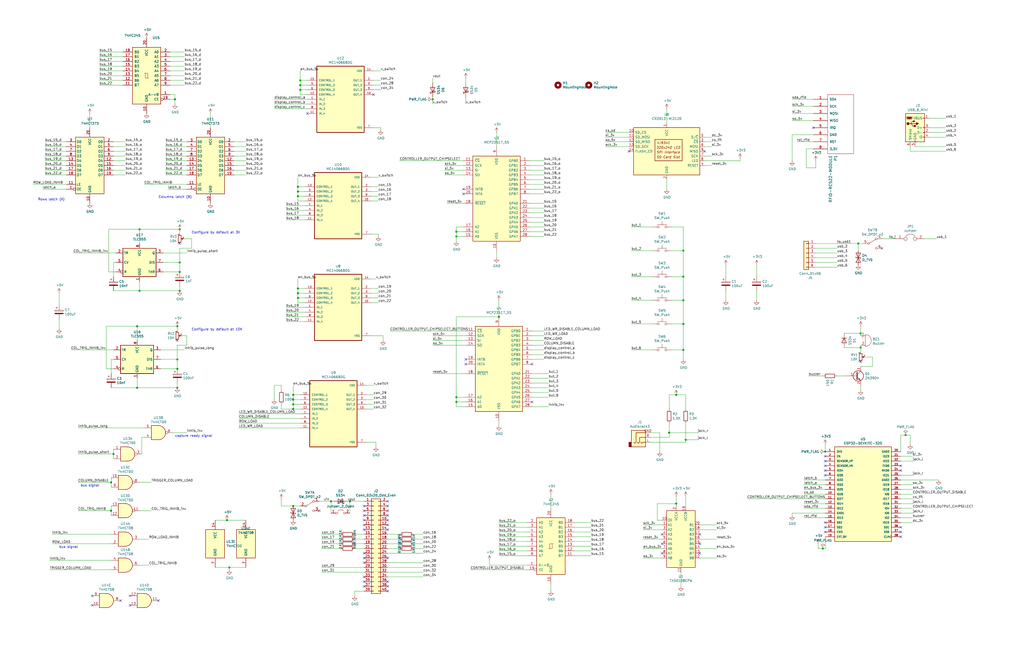
<source format=kicad_sch>
(kicad_sch (version 20211123) (generator eeschema)
  (paper "User" 550.012 359.994)
  (title_block (title "Elfacun") (date "2022-09-03") (rev "v1.1") (comment 2 "Distributed under GP· license") (comment 3 "Elfacun Chess Interface (c) Inmbolmie 2022"))
  (junction (at 73.66 208.28))
  (junction (at 359.41 232.41))
  (junction (at 160.02 105.41))
  (junction (at 161.29 45.72))
  (junction (at 96.52 123.19))
  (junction (at 157.48 214.63))
  (junction (at 245.11 215.9))
  (junction (at 160.02 157.48))
  (junction (at 161.29 43.18))
  (junction (at 462.28 179.07))
  (junction (at 123.19 304.8))
  (junction (at 245.11 124.46))
  (junction (at 245.11 127))
  (junction (at 462.28 186.69))
  (junction (at 157.48 212.09))
  (junction (at 232.41 53.34))
  (junction (at 267.97 170.18))
  (junction (at 461.01 130.81))
  (junction (at 96.52 146.05))
  (junction (at 95.25 198.12))
  (junction (at 363.22 212.09))
  (junction (at 157.48 271.78))
  (junction (at 95.25 193.04))
  (junction (at 161.29 48.26))
  (junction (at 367.03 134.62))
  (junction (at 74.93 156.21))
  (junction (at 59.69 274.32))
  (junction (at 93.98 53.34))
  (junction (at 368.3 236.22))
  (junction (at 443.23 242.57))
  (junction (at 60.96 243.84))
  (junction (at 160.02 154.94))
  (junction (at 96.52 140.97))
  (junction (at 177.8 269.24))
  (junction (at 187.96 269.24))
  (junction (at 486.41 233.68))
  (junction (at 245.11 213.36))
  (junction (at 367.03 148.59))
  (junction (at 157.48 217.17))
  (junction (at 59.69 259.08))
  (junction (at 441.96 294.64))
  (junction (at 160.02 102.87))
  (junction (at 95.25 175.26))
  (junction (at 73.66 175.26))
  (junction (at 367.03 173.99))
  (junction (at 367.03 187.96))
  (junction (at 160.02 160.02))
  (junction (at 74.93 123.19))
  (junction (at 95.25 208.28))
  (junction (at 160.02 100.33))
  (junction (at 121.92 279.4))
  (junction (at 157.48 219.71))
  (junction (at 363.22 270.51))
  (junction (at 367.03 161.29))
  (junction (at 96.52 156.21))
  (no_connect (at 195.58 284.48))
  (no_connect (at 443.23 250.19))
  (no_connect (at 165.1 60.96))
  (no_connect (at 375.92 297.18))
  (no_connect (at 375.92 287.02))
  (no_connect (at 250.19 195.58))
  (no_connect (at 49.53 320.04))
  (no_connect (at 208.28 317.5))
  (no_connect (at 443.23 280.67))
  (no_connect (at 483.87 288.29))
  (no_connect (at 355.6 297.18))
  (no_connect (at 195.58 302.26))
  (no_connect (at 337.82 81.28))
  (no_connect (at 443.23 255.27))
  (no_connect (at 208.28 276.86))
  (no_connect (at 483.87 285.75))
  (no_connect (at 483.87 252.73))
  (no_connect (at 208.28 274.32))
  (no_connect (at 195.58 314.96))
  (no_connect (at 69.85 325.12))
  (no_connect (at 248.92 104.14))
  (no_connect (at 355.6 292.1))
  (no_connect (at 436.88 68.58))
  (no_connect (at 95.25 182.88))
  (no_connect (at 208.28 281.94))
  (no_connect (at 462.28 194.31))
  (no_connect (at 195.58 276.86))
  (no_connect (at 195.58 299.72))
  (no_connect (at 69.85 320.04))
  (no_connect (at 248.92 101.6))
  (no_connect (at 355.6 287.02))
  (no_connect (at 195.58 297.18))
  (no_connect (at 473.71 133.35))
  (no_connect (at 483.87 250.19))
  (no_connect (at 85.09 322.58))
  (no_connect (at 195.58 279.4))
  (no_connect (at 208.28 312.42))
  (no_connect (at 443.23 247.65))
  (no_connect (at 375.92 292.1))
  (no_connect (at 443.23 283.21))
  (no_connect (at 443.23 252.73))
  (no_connect (at 285.75 215.9))
  (no_connect (at 171.45 274.32))
  (no_connect (at 378.46 81.28))
  (no_connect (at 208.28 279.4))
  (no_connect (at 208.28 314.96))
  (no_connect (at 208.28 269.24))
  (no_connect (at 49.53 325.12))
  (no_connect (at 195.58 274.32))
  (no_connect (at 195.58 281.94))
  (no_connect (at 285.75 195.58))
  (no_connect (at 483.87 283.21))
  (no_connect (at 195.58 312.42))
  (no_connect (at 195.58 271.78))
  (no_connect (at 443.23 285.75))
  (no_connect (at 443.23 245.11))
  (no_connect (at 200.66 50.8))
  (no_connect (at 96.52 130.81))
  (no_connect (at 208.28 299.72))
  (no_connect (at 208.28 271.78))
  (no_connect (at 64.77 322.58))
  (no_connect (at 208.28 284.48))
  (no_connect (at 250.19 193.04))
  (no_connect (at 195.58 309.88))
  (wire (pts (xy 163.83 172.72) (xy 153.67 172.72)))
  (wire (pts (xy 367.03 121.92) (xy 360.68 121.92)))
  (wire (pts (xy 41.91 229.87) (xy 77.47 229.87)))
  (wire (pts (xy 354.33 232.41) (xy 349.25 232.41)))
  (wire (pts (xy 59.69 200.66) (xy 59.69 193.04)))
  (wire (pts (xy 24.13 81.28) (xy 35.56 81.28)))
  (wire (pts (xy 91.44 38.1) (xy 99.06 38.1)))
  (wire (pts (xy 508 68.58) (xy 499.11 68.58)))
  (wire (pts (xy 204.47 45.72) (xy 200.66 45.72)))
  (wire (pts (xy 74.93 151.13) (xy 74.93 156.21)))
  (wire (pts (xy 245.11 124.46) (xy 245.11 127)))
  (wire (pts (xy 368.3 212.09) (xy 368.3 219.71)))
  (wire (pts (xy 157.48 212.09) (xy 157.48 207.01)))
  (wire (pts (xy 438.15 130.81) (xy 461.01 130.81)))
  (wire (pts (xy 93.98 50.8) (xy 93.98 53.34)))
  (wire (pts (xy 208.28 297.18) (xy 227.33 297.18)))
  (wire (pts (xy 160.02 107.95) (xy 163.83 107.95)))
  (wire (pts (xy 284.48 91.44) (xy 292.1 91.44)))
  (wire (pts (xy 67.31 93.98) (xy 60.96 93.98)))
  (wire (pts (xy 292.1 88.9) (xy 284.48 88.9)))
  (wire (pts (xy 172.72 287.02) (xy 182.88 287.02)))
  (wire (pts (xy 374.65 236.22) (xy 368.3 236.22)))
  (wire (pts (xy 60.96 76.2) (xy 67.31 76.2)))
  (wire (pts (xy 59.69 261.62) (xy 59.69 259.08)))
  (wire (pts (xy 262.89 303.53) (xy 262.89 300.99)))
  (wire (pts (xy 285.75 213.36) (xy 294.64 213.36)))
  (wire (pts (xy 250.19 185.42) (xy 232.41 185.42)))
  (wire (pts (xy 375.92 289.56) (xy 384.81 289.56)))
  (wire (pts (xy 24.13 86.36) (xy 35.56 86.36)))
  (wire (pts (xy 128.27 222.25) (xy 161.29 222.25)))
  (wire (pts (xy 285.75 210.82) (xy 294.64 210.82)))
  (wire (pts (xy 345.44 289.56) (xy 355.6 289.56)))
  (wire (pts (xy 359.41 232.41) (xy 359.41 234.95)))
  (wire (pts (xy 284.48 101.6) (xy 292.1 101.6)))
  (wire (pts (xy 87.63 135.89) (xy 100.33 135.89)))
  (wire (pts (xy 367.03 187.96) (xy 360.68 187.96)))
  (wire (pts (xy 161.29 48.26) (xy 161.29 50.8)))
  (wire (pts (xy 382.27 78.74) (xy 378.46 78.74)))
  (wire (pts (xy 123.19 304.8) (xy 132.08 304.8)))
  (wire (pts (xy 99.06 40.64) (xy 91.44 40.64)))
  (wire (pts (xy 317.5 288.29) (xy 308.61 288.29)))
  (wire (pts (xy 359.41 212.09) (xy 359.41 219.71)))
  (wire (pts (xy 267.97 285.75) (xy 283.21 285.75)))
  (wire (pts (xy 339.09 173.99) (xy 350.52 173.99)))
  (wire (pts (xy 325.12 76.2) (xy 337.82 76.2)))
  (wire (pts (xy 87.63 146.05) (xy 96.52 146.05)))
  (wire (pts (xy 99.06 43.18) (xy 91.44 43.18)))
  (wire (pts (xy 203.2 107.95) (xy 199.39 107.95)))
  (wire (pts (xy 163.83 100.33) (xy 160.02 100.33)))
  (wire (pts (xy 367.03 134.62) (xy 360.68 134.62)))
  (wire (pts (xy 74.93 123.19) (xy 96.52 123.19)))
  (wire (pts (xy 453.39 179.07) (xy 462.28 179.07)))
  (wire (pts (xy 67.31 83.82) (xy 60.96 83.82)))
  (wire (pts (xy 160.02 154.94) (xy 160.02 157.48)))
  (wire (pts (xy 66.04 35.56) (xy 53.34 35.56)))
  (wire (pts (xy 308.61 295.91) (xy 317.5 295.91)))
  (wire (pts (xy 59.69 292.1) (xy 27.94 292.1)))
  (wire (pts (xy 438.15 86.36) (xy 438.15 90.17)))
  (wire (pts (xy 284.48 96.52) (xy 292.1 96.52)))
  (wire (pts (xy 123.19 304.8) (xy 123.19 306.07)))
  (wire (pts (xy 285.75 205.74) (xy 294.64 205.74)))
  (wire (pts (xy 232.41 182.88) (xy 250.19 182.88)))
  (wire (pts (xy 73.66 175.26) (xy 57.15 175.26)))
  (wire (pts (xy 86.36 198.12) (xy 95.25 198.12)))
  (wire (pts (xy 74.93 156.21) (xy 96.52 156.21)))
  (wire (pts (xy 384.81 281.94) (xy 375.92 281.94)))
  (wire (pts (xy 378.46 73.66) (xy 382.27 73.66)))
  (wire (pts (xy 125.73 91.44) (xy 132.08 91.44)))
  (wire (pts (xy 58.42 146.05) (xy 58.42 123.19)))
  (wire (pts (xy 483.87 280.67) (xy 490.22 280.67)))
  (wire (pts (xy 200.66 68.58) (xy 204.47 68.58)))
  (wire (pts (xy 147.32 207.01) (xy 147.32 214.63)))
  (wire (pts (xy 62.23 146.05) (xy 58.42 146.05)))
  (wire (pts (xy 86.36 187.96) (xy 99.06 187.96)))
  (wire (pts (xy 292.1 177.8) (xy 285.75 177.8)))
  (wire (pts (xy 67.31 88.9) (xy 60.96 88.9)))
  (wire (pts (xy 66.04 45.72) (xy 53.34 45.72)))
  (wire (pts (xy 375.92 284.48) (xy 384.81 284.48)))
  (wire (pts (xy 59.69 259.08) (xy 59.69 256.54)))
  (wire (pts (xy 363.22 270.51) (xy 363.22 271.78)))
  (wire (pts (xy 438.15 135.89) (xy 449.58 135.89)))
  (wire (pts (xy 285.75 218.44) (xy 294.64 218.44)))
  (wire (pts (xy 449.58 138.43) (xy 438.15 138.43)))
  (wire (pts (xy 100.33 185.42) (xy 95.25 185.42)))
  (wire (pts (xy 57.15 198.12) (xy 57.15 175.26)))
  (wire (pts (xy 151.13 267.97) (xy 151.13 271.78)))
  (wire (pts (xy 266.7 71.12) (xy 266.7 78.74)))
  (wire (pts (xy 203.2 125.73) (xy 203.2 127)))
  (wire (pts (xy 53.34 27.94) (xy 66.04 27.94)))
  (wire (pts (xy 39.37 135.89) (xy 62.23 135.89)))
  (wire (pts (xy 77.47 99.06) (xy 100.33 99.06)))
  (wire (pts (xy 292.1 104.14) (xy 284.48 104.14)))
  (wire (pts (xy 163.83 118.11) (xy 153.67 118.11)))
  (wire (pts (xy 382.27 83.82) (xy 378.46 83.82)))
  (wire (pts (xy 153.67 110.49) (xy 163.83 110.49)))
  (wire (pts (xy 359.41 227.33) (xy 359.41 232.41)))
  (wire (pts (xy 490.22 260.35) (xy 483.87 260.35)))
  (wire (pts (xy 483.87 255.27) (xy 490.22 255.27)))
  (wire (pts (xy 499.11 63.5) (xy 508 63.5)))
  (wire (pts (xy 285.75 193.04) (xy 292.1 193.04)))
  (wire (pts (xy 151.13 219.71) (xy 157.48 219.71)))
  (wire (pts (xy 74.93 289.56) (xy 80.01 289.56)))
  (wire (pts (xy 100.33 83.82) (xy 88.9 83.82)))
  (wire (pts (xy 199.39 149.86) (xy 201.93 149.86)))
  (wire (pts (xy 367.03 173.99) (xy 367.03 161.29)))
  (wire (pts (xy 161.29 43.18) (xy 161.29 45.72)))
  (wire (pts (xy 59.69 274.32) (xy 59.69 271.78)))
  (wire (pts (xy 214.63 289.56) (xy 208.28 289.56)))
  (wire (pts (xy 397.51 86.36) (xy 397.51 85.09)))
  (wire (pts (xy 292.1 121.92) (xy 284.48 121.92)))
  (wire (pts (xy 449.58 143.51) (xy 438.15 143.51)))
  (wire (pts (xy 59.69 276.86) (xy 59.69 274.32)))
  (wire (pts (xy 153.67 115.57) (xy 163.83 115.57)))
  (wire (pts (xy 368.3 237.49) (xy 349.25 237.49)))
  (wire (pts (xy 339.09 134.62) (xy 350.52 134.62)))
  (wire (pts (xy 157.48 219.71) (xy 161.29 219.71)))
  (wire (pts (xy 100.33 88.9) (xy 88.9 88.9)))
  (wire (pts (xy 208.28 302.26) (xy 227.33 302.26)))
  (wire (pts (xy 73.66 208.28) (xy 95.25 208.28)))
  (wire (pts (xy 24.13 76.2) (xy 35.56 76.2)))
  (wire (pts (xy 60.96 148.59) (xy 60.96 140.97)))
  (wire (pts (xy 441.96 294.64) (xy 439.42 294.64)))
  (wire (pts (xy 172.72 304.8) (xy 195.58 304.8)))
  (wire (pts (xy 190.5 317.5) (xy 195.58 317.5)))
  (wire (pts (xy 102.87 128.27) (xy 102.87 133.35)))
  (wire (pts (xy 367.03 134.62) (xy 367.03 121.92)))
  (wire (pts (xy 443.23 294.64) (xy 441.96 294.64)))
  (wire (pts (xy 95.25 205.74) (xy 95.25 208.28)))
  (wire (pts (xy 153.67 165.1) (xy 163.83 165.1)))
  (wire (pts (xy 53.34 43.18) (xy 66.04 43.18)))
  (wire (pts (xy 284.48 124.46) (xy 292.1 124.46)))
  (wire (pts (xy 490.22 278.13) (xy 483.87 278.13)))
  (wire (pts (xy 53.34 38.1) (xy 66.04 38.1)))
  (wire (pts (xy 196.85 217.17) (xy 200.66 217.17)))
  (wire (pts (xy 375.92 299.72) (xy 384.81 299.72)))
  (wire (pts (xy 283.21 283.21) (xy 267.97 283.21)))
  (wire (pts (xy 160.02 154.94) (xy 160.02 149.86)))
  (wire (pts (xy 205.74 182.88) (xy 205.74 180.34)))
  (wire (pts (xy 378.46 76.2) (xy 382.27 76.2)))
  (wire (pts (xy 26.67 300.99) (xy 59.69 300.99)))
  (wire (pts (xy 200.66 48.26) (xy 204.47 48.26)))
  (wire (pts (xy 48.26 60.96) (xy 48.26 68.58)))
  (wire (pts (xy 59.69 208.28) (xy 73.66 208.28)))
  (wire (pts (xy 267.97 290.83) (xy 283.21 290.83)))
  (wire (pts (xy 449.58 133.35) (xy 438.15 133.35)))
  (wire (pts (xy 90.17 101.6) (xy 100.33 101.6)))
  (wire (pts (xy 153.67 170.18) (xy 163.83 170.18)))
  (wire (pts (xy 283.21 288.29) (xy 267.97 288.29)))
  (wire (pts (xy 363.22 212.09) (xy 368.3 212.09)))
  (wire (pts (xy 115.57 279.4) (xy 121.92 279.4)))
  (wire (pts (xy 35.56 93.98) (xy 24.13 93.98)))
  (wire (pts (xy 31.75 157.48) (xy 31.75 163.83)))
  (wire (pts (xy 187.96 269.24) (xy 195.58 269.24)))
  (wire (pts (xy 317.5 283.21) (xy 308.61 283.21)))
  (wire (pts (xy 22.86 101.6) (xy 35.56 101.6)))
  (wire (pts (xy 203.2 162.56) (xy 199.39 162.56)))
  (wire (pts (xy 151.13 271.78) (xy 157.48 271.78)))
  (wire (pts (xy 151.13 209.55) (xy 151.13 207.01)))
  (wire (pts (xy 453.39 186.69) (xy 462.28 186.69)))
  (wire (pts (xy 462.28 185.42) (xy 462.28 186.69)))
  (wire (pts (xy 462.28 207.01) (xy 462.28 209.55)))
  (wire (pts (xy 195.58 289.56) (xy 190.5 289.56)))
  (wire (pts (xy 486.41 233.68) (xy 483.87 233.68)))
  (wire (pts (xy 308.61 280.67) (xy 317.5 280.67)))
  (wire (pts (xy 358.14 96.52) (xy 358.14 101.6)))
  (wire (pts (xy 292.1 99.06) (xy 284.48 99.06)))
  (wire (pts (xy 431.8 262.89) (xy 443.23 262.89)))
  (wire (pts (xy 157.48 212.09) (xy 157.48 214.63)))
  (wire (pts (xy 151.13 219.71) (xy 151.13 217.17)))
  (wire (pts (xy 60.96 243.84) (xy 60.96 246.38)))
  (wire (pts (xy 100.33 93.98) (xy 88.9 93.98)))
  (wire (pts (xy 171.45 269.24) (xy 177.8 269.24)))
  (wire (pts (xy 508 73.66) (xy 499.11 73.66)))
  (wire (pts (xy 91.44 53.34) (xy 93.98 53.34)))
  (wire (pts (xy 483.87 267.97) (xy 490.22 267.97)))
  (wire (pts (xy 250.19 218.44) (xy 245.11 218.44)))
  (wire (pts (xy 464.82 191.77) (xy 468.63 191.77)))
  (wire (pts (xy 41.91 259.08) (xy 59.69 259.08)))
  (wire (pts (xy 187.96 275.59) (xy 187.96 269.24)))
  (wire (pts (xy 190.5 292.1) (xy 195.58 292.1)))
  (wire (pts (xy 353.06 270.51) (xy 363.22 270.51)))
  (wire (pts (xy 160.02 105.41) (xy 160.02 107.95)))
  (wire (pts (xy 222.25 292.1) (xy 227.33 292.1)))
  (wire (pts (xy 443.23 273.05) (xy 431.8 273.05)))
  (wire (pts (xy 196.85 207.01) (xy 200.66 207.01)))
  (wire (pts (xy 483.87 257.81) (xy 504.19 257.81)))
  (wire (pts (xy 99.06 128.27) (xy 102.87 128.27)))
  (wire (pts (xy 227.33 289.56) (xy 222.25 289.56)))
  (wire (pts (xy 208.28 287.02) (xy 214.63 287.02)))
  (wire (pts (xy 325.12 73.66) (xy 337.82 73.66)))
  (wire (pts (xy 88.9 76.2) (xy 100.33 76.2)))
  (wire (pts (xy 147.32 53.34) (xy 165.1 53.34)))
  (wire (pts (xy 60.96 81.28) (xy 67.31 81.28)))
  (wire (pts (xy 204.47 68.58) (xy 204.47 69.85)))
  (wire (pts (xy 86.36 193.04) (xy 95.25 193.04)))
  (wire (pts (xy 66.04 40.64) (xy 53.34 40.64)))
  (wire (pts (xy 438.15 140.97) (xy 449.58 140.97)))
  (wire (pts (xy 433.07 80.01) (xy 436.88 80.01)))
  (wire (pts (xy 161.29 229.87) (xy 128.27 229.87)))
  (wire (pts (xy 483.87 245.11) (xy 490.22 245.11)))
  (wire (pts (xy 454.66 201.93) (xy 449.58 201.93)))
  (wire (pts (xy 295.91 265.43) (xy 295.91 273.05)))
  (wire (pts (xy 483.87 247.65) (xy 490.22 247.65)))
  (wire (pts (xy 76.2 234.95) (xy 77.47 234.95)))
  (wire (pts (xy 425.45 275.59) (xy 425.45 276.86)))
  (wire (pts (xy 161.29 45.72) (xy 165.1 45.72)))
  (wire (pts (xy 245.11 215.9) (xy 245.11 213.36)))
  (wire (pts (xy 431.8 270.51) (xy 443.23 270.51)))
  (wire (pts (xy 24.13 91.44) (xy 35.56 91.44)))
  (wire (pts (xy 488.95 233.68) (xy 486.41 233.68)))
  (wire (pts (xy 199.39 105.41) (xy 203.2 105.41)))
  (wire (pts (xy 74.93 130.81) (xy 74.93 123.19)))
  (wire (pts (xy 73.66 175.26) (xy 95.25 175.26)))
  (wire (pts (xy 199.39 160.02) (xy 203.2 160.02)))
  (wire (pts (xy 433.07 90.17) (xy 433.07 80.01)))
  (wire (pts (xy 208.28 307.34) (xy 227.33 307.34)))
  (wire (pts (xy 115.57 304.8) (xy 123.19 304.8)))
  (wire (pts (xy 441.96 201.93) (xy 434.34 201.93)))
  (wire (pts (xy 339.09 148.59) (xy 350.52 148.59)))
  (wire (pts (xy 93.98 53.34) (xy 93.98 55.88)))
  (wire (pts (xy 325.12 71.12) (xy 337.82 71.12)))
  (wire (pts (xy 27.94 287.02) (xy 59.69 287.02)))
  (wire (pts (xy 161.29 50.8) (xy 165.1 50.8)))
  (wire (pts (xy 468.63 196.85) (xy 462.28 196.85)))
  (wire (pts (xy 205.74 180.34) (xy 199.39 180.34)))
  (wire (pts (xy 267.97 228.6) (xy 267.97 226.06)))
  (wire (pts (xy 35.56 78.74) (xy 24.13 78.74)))
  (wire (pts (xy 73.66 203.2) (xy 73.66 208.28)))
  (wire (pts (xy 214.63 86.36) (xy 248.92 86.36)))
  (wire (pts (xy 283.21 298.45) (xy 267.97 298.45)))
  (wire (pts (xy 99.06 35.56) (xy 91.44 35.56)))
  (wire (pts (xy 177.8 269.24) (xy 179.07 269.24)))
  (wire (pts (xy 203.2 95.25) (xy 199.39 95.25)))
  (wire (pts (xy 443.23 238.76) (xy 443.23 242.57)))
  (wire (pts (xy 292.1 127) (xy 284.48 127)))
  (wire (pts (xy 172.72 292.1) (xy 182.88 292.1)))
  (wire (pts (xy 125.73 81.28) (xy 132.08 81.28)))
  (wire (pts (xy 203.2 102.87) (xy 199.39 102.87)))
  (wire (pts (xy 96.52 146.05) (xy 96.52 140.97)))
  (wire (pts (xy 285.75 200.66) (xy 294.64 200.66)))
  (wire (pts (xy 132.08 88.9) (xy 125.73 88.9)))
  (wire (pts (xy 248.92 93.98) (xy 238.76 93.98)))
  (wire (pts (xy 367.03 161.29) (xy 367.03 148.59)))
  (wire (pts (xy 245.11 213.36) (xy 250.19 213.36)))
  (wire (pts (xy 125.73 86.36) (xy 132.08 86.36)))
  (wire (pts (xy 436.88 57.15) (xy 425.45 57.15)))
  (wire (pts (xy 431.8 278.13) (xy 443.23 278.13)))
  (wire (pts (xy 182.88 289.56) (xy 172.72 289.56)))
  (wire (pts (xy 95.25 177.8) (xy 95.25 175.26)))
  (wire (pts (xy 201.93 237.49) (xy 201.93 240.03)))
  (wire (pts (xy 248.92 124.46) (xy 245.11 124.46)))
  (wire (pts (xy 308.61 285.75) (xy 317.5 285.75)))
  (wire (pts (xy 238.76 91.44) (xy 248.92 91.44)))
  (wire (pts (xy 232.41 53.34) (xy 232.41 55.88)))
  (wire (pts (xy 367.03 173.99) (xy 360.68 173.99)))
  (wire (pts (xy 132.08 93.98) (xy 125.73 93.98)))
  (wire (pts (xy 190.5 320.04) (xy 190.5 317.5)))
  (wire (pts (xy 60.96 156.21) (xy 74.93 156.21)))
  (wire (pts (xy 488.95 238.76) (xy 488.95 233.68)))
  (wire (pts (xy 88.9 86.36) (xy 100.33 86.36)))
  (wire (pts (xy 209.55 177.8) (xy 250.19 177.8)))
  (wire (pts (xy 317.5 293.37) (xy 308.61 293.37)))
  (wire (pts (xy 200.66 214.63) (xy 196.85 214.63)))
  (wire (pts (xy 200.66 219.71) (xy 196.85 219.71)))
  (wire (pts (xy 199.39 125.73) (xy 203.2 125.73)))
  (wire (pts (xy 317.5 298.45) (xy 308.61 298.45)))
  (wire (pts (xy 240.03 109.22) (xy 248.92 109.22)))
  (wire (pts (xy 283.21 293.37) (xy 267.97 293.37)))
  (wire (pts (xy 354.33 242.57) (xy 354.33 232.41)))
  (wire (pts (xy 41.91 243.84) (xy 60.96 243.84)))
  (wire (pts (xy 199.39 154.94) (xy 203.2 154.94)))
  (wire (pts (xy 368.3 236.22) (xy 368.3 237.49)))
  (wire (pts (xy 367.03 193.04) (xy 367.03 187.96)))
  (wire (pts (xy 425.45 86.36) (xy 425.45 72.39)))
  (wire (pts (xy 443.23 267.97) (xy 401.32 267.97)))
  (wire (pts (xy 339.09 187.96) (xy 350.52 187.96)))
  (wire (pts (xy 389.89 142.24) (xy 389.89 148.59)))
  (wire (pts (xy 160.02 100.33) (xy 160.02 102.87)))
  (wire (pts (xy 161.29 217.17) (xy 157.48 217.17)))
  (wire (pts (xy 355.6 279.4) (xy 353.06 279.4)))
  (wire (pts (xy 345.44 281.94) (xy 355.6 281.94)))
  (wire (pts (xy 443.23 260.35) (xy 431.8 260.35)))
  (wire (pts (xy 355.6 284.48) (xy 345.44 284.48)))
  (wire (pts (xy 285.75 180.34) (xy 292.1 180.34)))
  (wire (pts (xy 113.03 60.96) (xy 113.03 68.58)))
  (wire (pts (xy 462.28 179.07) (xy 462.28 175.26)))
  (wire (pts (xy 190.5 287.02) (xy 195.58 287.02)))
  (wire (pts (xy 38.1 187.96) (xy 60.96 187.96)))
  (wire (pts (xy 31.75 171.45) (xy 31.75 176.53)))
  (wire (pts (xy 161.29 43.18) (xy 161.29 38.1)))
  (wire (pts (xy 284.48 119.38) (xy 292.1 119.38)))
  (wire (pts (xy 125.73 76.2) (xy 132.08 76.2)))
  (wire (pts (xy 160.02 100.33) (xy 160.02 95.25)))
  (wire (pts (xy 208.28 309.88) (xy 227.33 309.88)))
  (wire (pts (xy 339.09 161.29) (xy 350.52 161.29)))
  (wire (pts (xy 292.1 111.76) (xy 284.48 111.76)))
  (wire (pts (xy 443.23 265.43) (xy 431.8 265.43)))
  (wire (pts (xy 60.96 243.84) (xy 60.96 241.3)))
  (wire (pts (xy 483.87 233.68) (xy 483.87 242.57)))
  (wire (pts (xy 74.93 123.19) (xy 58.42 123.19)))
  (wire (pts (xy 245.11 218.44) (xy 245.11 215.9)))
  (wire (pts (xy 121.92 279.4) (xy 132.08 279.4)))
  (wire (pts (xy 73.66 182.88) (xy 73.66 175.26)))
  (wire (pts (xy 375.92 294.64) (xy 384.81 294.64)))
  (wire (pts (xy 267.97 280.67) (xy 283.21 280.67)))
  (wire (pts (xy 355.6 299.72) (xy 345.44 299.72)))
  (wire (pts (xy 238.76 88.9) (xy 248.92 88.9)))
  (wire (pts (xy 91.44 33.02) (xy 99.06 33.02)))
  (wire (pts (xy 292.1 190.5) (xy 285.75 190.5)))
  (wire (pts (xy 100.33 180.34) (xy 100.33 185.42)))
  (wire (pts (xy 431.8 257.81) (xy 443.23 257.81)))
  (wire (pts (xy 406.4 156.21) (xy 406.4 161.29)))
  (wire (pts (xy 17.78 99.06) (xy 35.56 99.06)))
  (wire (pts (xy 151.13 207.01) (xy 147.32 207.01)))
  (wire (pts (xy 285.75 187.96) (xy 292.1 187.96)))
  (wire (pts (xy 199.39 100.33) (xy 203.2 100.33)))
  (wire (pts (xy 35.56 88.9) (xy 24.13 88.9)))
  (wire (pts (xy 157.48 214.63) (xy 161.29 214.63)))
  (wire (pts (xy 88.9 91.44) (xy 100.33 91.44)))
  (wire (pts (xy 59.69 193.04) (xy 60.96 193.04)))
  (wire (pts (xy 266.7 138.43) (xy 266.7 134.62)))
  (wire (pts (xy 74.93 274.32) (xy 81.28 274.32)))
  (wire (pts (xy 96.52 125.73) (xy 96.52 123.19)))
  (wire (pts (xy 436.88 64.77) (xy 425.45 64.77)))
  (wire (pts (xy 250.19 41.91) (xy 250.19 44.45)))
  (wire (pts (xy 208.28 292.1) (xy 214.63 292.1)))
  (wire (pts (xy 285.75 185.42) (xy 292.1 185.42)))
  (wire (pts (xy 177.8 275.59) (xy 177.8 269.24)))
  (wire (pts (xy 483.87 265.43) (xy 490.22 265.43)))
  (wire (pts (xy 222.25 287.02) (xy 227.33 287.02)))
  (wire (pts (xy 172.72 307.34) (xy 195.58 307.34)))
  (wire (pts (xy 60.96 198.12) (xy 57.15 198.12)))
  (wire (pts (xy 285.75 203.2) (xy 294.64 203.2)))
  (wire (pts (xy 60.96 91.44) (xy 67.31 91.44)))
  (wire (pts (xy 406.4 142.24) (xy 406.4 148.59)))
  (wire (pts (xy 76.2 243.84) (xy 76.2 234.95)))
  (wire (pts (xy 208.28 304.8) (xy 227.33 304.8)))
  (wire (pts (xy 252.73 306.07) (xy 283.21 306.07)))
  (wire (pts (xy 499.11 71.12) (xy 508 71.12)))
  (wire (pts (xy 132.08 78.74) (xy 125.73 78.74)))
  (wire (pts (xy 353.06 279.4) (xy 353.06 270.51)))
  (wire (pts (xy 160.02 160.02) (xy 160.02 162.56)))
  (wire (pts (xy 147.32 55.88) (xy 165.1 55.88)))
  (wire (pts (xy 284.48 114.3) (xy 292.1 114.3)))
  (wire (pts (xy 157.48 271.78) (xy 161.29 271.78)))
  (wire (pts (xy 295.91 317.5) (xy 295.91 313.69)))
  (wire (pts (xy 91.44 27.94) (xy 99.06 27.94)))
  (wire (pts (xy 425.45 60.96) (xy 436.88 60.96)))
  (wire (pts (xy 204.47 38.1) (xy 200.66 38.1)))
  (wire (pts (xy 41.91 274.32) (xy 59.69 274.32)))
  (wire (pts (xy 165.1 43.18) (xy 161.29 43.18)))
  (wire (pts (xy 490.22 273.05) (xy 483.87 273.05)))
  (wire (pts (xy 245.11 127) (xy 245.11 129.54)))
  (wire (pts (xy 245.11 121.92) (xy 245.11 124.46)))
  (wire (pts (xy 292.1 116.84) (xy 284.48 116.84)))
  (wire (pts (xy 368.3 266.7) (xy 368.3 271.78)))
  (wire (pts (xy 132.08 83.82) (xy 125.73 83.82)))
  (wire (pts (xy 488.95 81.28) (xy 508 81.28)))
  (wire (pts (xy 232.41 41.91) (xy 232.41 44.45)))
  (wire (pts (xy 100.33 78.74) (xy 88.9 78.74)))
  (wire (pts (xy 292.1 93.98) (xy 284.48 93.98)))
  (wire (pts (xy 248.92 127) (xy 245.11 127)))
  (wire (pts (xy 461.01 130.81) (xy 463.55 130.81)))
  (wire (pts (xy 160.02 160.02) (xy 160.02 157.48)))
  (wire (pts (xy 283.21 303.53) (xy 262.89 303.53)))
  (wire (pts (xy 182.88 294.64) (xy 172.72 294.64)))
  (wire (pts (xy 160.02 157.48) (xy 163.83 157.48)))
  (wire (pts (xy 99.06 30.48) (xy 91.44 30.48)))
  (wire (pts (xy 128.27 227.33) (xy 161.29 227.33)))
  (wire (pts (xy 163.83 160.02) (xy 160.02 160.02)))
  (wire (pts (xy 267.97 161.29) (xy 267.97 170.18)))
  (wire (pts (xy 378.46 86.36) (xy 397.51 86.36)))
  (wire (pts (xy 227.33 294.64) (xy 222.25 294.64)))
  (wire (pts (xy 74.93 259.08) (xy 81.28 259.08)))
  (wire (pts (xy 496.57 128.27) (xy 502.92 128.27)))
  (wire (pts (xy 161.29 48.26) (xy 161.29 45.72)))
  (wire (pts (xy 248.92 121.92) (xy 245.11 121.92)))
  (wire (pts (xy 161.29 224.79) (xy 128.27 224.79)))
  (wire (pts (xy 74.93 303.53) (xy 80.01 303.53)))
  (wire (pts (xy 60.96 86.36) (xy 67.31 86.36)))
  (wire (pts (xy 157.48 217.17) (xy 157.48 214.63)))
  (wire (pts (xy 363.22 266.7) (xy 363.22 270.51)))
  (wire (pts (xy 425.45 275.59) (xy 443.23 275.59)))
  (wire (pts (xy 382.27 88.9) (xy 378.46 88.9)))
  (wire (pts (xy 160.02 105.41) (xy 160.02 102.87)))
  (wire (pts (xy 232.41 180.34) (xy 250.19 180.34)))
  (wire (pts (xy 88.9 81.28) (xy 100.33 81.28)))
  (wire (pts (xy 367.03 187.96) (xy 367.03 173.99)))
  (wire (pts (xy 267.97 295.91) (xy 283.21 295.91)))
  (wire (pts (xy 425.45 72.39) (xy 436.88 72.39)))
  (wire (pts (xy 292.1 182.88) (xy 285.75 182.88)))
  (wire (pts (xy 473.71 128.27) (xy 481.33 128.27)))
  (wire (pts (xy 365.76 314.96) (xy 365.76 307.34)))
  (wire (pts (xy 339.09 121.92) (xy 350.52 121.92)))
  (wire (pts (xy 359.41 232.41) (xy 374.65 232.41)))
  (wire (pts (xy 462.28 186.69) (xy 462.28 189.23)))
  (wire (pts (xy 358.14 58.42) (xy 358.14 66.04)))
  (wire (pts (xy 490.22 270.51) (xy 483.87 270.51)))
  (wire (pts (xy 95.25 193.04) (xy 95.25 185.42)))
  (wire (pts (xy 147.32 58.42) (xy 165.1 58.42)))
  (wire (pts (xy 443.23 288.29) (xy 443.23 294.64)))
  (wire (pts (xy 163.83 105.41) (xy 160.02 105.41)))
  (wire (pts (xy 468.63 191.77) (xy 468.63 196.85)))
  (wire (pts (xy 96.52 153.67) (xy 96.52 156.21)))
  (wire (pts (xy 93.98 50.8) (xy 91.44 50.8)))
  (wire (pts (xy 200.66 43.18) (xy 204.47 43.18)))
  (wire (pts (xy 359.41 234.95) (xy 349.25 234.95)))
  (wire (pts (xy 91.44 45.72) (xy 99.06 45.72)))
  (wire (pts (xy 214.63 294.64) (xy 208.28 294.64)))
  (wire (pts (xy 508 78.74) (xy 491.49 78.74)))
  (wire (pts (xy 157.48 217.17) (xy 157.48 219.71)))
  (wire (pts (xy 308.61 290.83) (xy 317.5 290.83)))
  (wire (pts (xy 165.1 48.26) (xy 161.29 48.26)))
  (wire (pts (xy 490.22 275.59) (xy 483.87 275.59)))
  (wire (pts (xy 367.03 161.29) (xy 360.68 161.29)))
  (wire (pts (xy 438.15 90.17) (xy 433.07 90.17)))
  (wire (pts (xy 96.52 140.97) (xy 96.52 133.35)))
  (wire (pts (xy 462.28 179.07) (xy 462.28 180.34)))
  (wire (pts (xy 389.89 156.21) (xy 389.89 161.29)))
  (wire (pts (xy 97.79 180.34) (xy 100.33 180.34)))
  (wire (pts (xy 284.48 109.22) (xy 292.1 109.22)))
  (wire (pts (xy 232.41 200.66) (xy 250.19 200.66)))
  (wire (pts (xy 196.85 212.09) (xy 200.66 212.09)))
  (wire (pts (xy 488.95 78.74) (xy 488.95 81.28)))
  (wire (pts (xy 161.29 212.09) (xy 157.48 212.09)))
  (wire (pts (xy 195.58 294.64) (xy 190.5 294.64)))
  (wire (pts (xy 367.03 148.59) (xy 360.68 148.59)))
  (wire (pts (xy 232.41 52.07) (xy 232.41 53.34)))
  (wire (pts (xy 102.87 133.35) (xy 96.52 133.35)))
  (wire (pts (xy 60.96 140.97) (xy 62.23 140.97)))
  (wire (pts (xy 267.97 170.18) (xy 245.11 170.18)))
  (wire (pts (xy 153.67 113.03) (xy 163.83 113.03)))
  (wire (pts (xy 67.31 78.74) (xy 60.96 78.74)))
  (wire (pts (xy 35.56 83.82) (xy 24.13 83.82)))
  (wire (pts (xy 87.63 140.97) (xy 96.52 140.97)))
  (wire (pts (xy 436.88 53.34) (xy 425.45 53.34)))
  (wire (pts (xy 53.34 33.02) (xy 66.04 33.02)))
  (wire (pts (xy 163.83 154.94) (xy 160.02 154.94)))
  (wire (pts (xy 92.71 232.41) (xy 100.33 232.41)))
  (wire (pts (xy 250.19 215.9) (xy 245.11 215.9)))
  (wire (pts (xy 325.12 78.74) (xy 337.82 78.74)))
  (wire (pts (xy 160.02 102.87) (xy 163.83 102.87)))
  (wire (pts (xy 427.99 76.2) (xy 436.88 76.2)))
  (wire (pts (xy 363.22 212.09) (xy 359.41 212.09)))
  (wire (pts (xy 245.11 170.18) (xy 245.11 213.36)))
  (wire (pts (xy 66.04 30.48) (xy 53.34 30.48)))
  (wire (pts (xy 284.48 86.36) (xy 292.1 86.36)))
  (wire (pts (xy 95.25 198.12) (xy 95.25 193.04)))
  (wire (pts (xy 483.87 262.89) (xy 490.22 262.89)))
  (wire (pts (xy 367.03 148.59) (xy 367.03 134.62)))
  (wire (pts (xy 160.02 162.56) (xy 163.83 162.56)))
  (wire (pts (xy 368.3 227.33) (xy 368.3 236.22)))
  (wire (pts (xy 250.19 52.07) (xy 250.19 55.88)))
  (wire (pts (xy 163.83 167.64) (xy 153.67 167.64)))
  (wire (pts (xy 196.85 237.49) (xy 201.93 237.49)))
  (wire (pts (xy 439.42 294.64) (xy 439.42 292.1)))
  (wire (pts (xy 285.75 208.28) (xy 294.64 208.28)))
  (wire (pts (xy 186.69 269.24) (xy 187.96 269.24)))
  (wire (pts (xy 59.69 306.07) (xy 26.67 306.07)))
  (wire (pts (xy 203.2 157.48) (xy 199.39 157.48)))
  (wire (pts (xy 345.44 294.64) (xy 355.6 294.64)))
  (wire (pts (xy 461.01 134.62) (xy 461.01 130.81)))
  (text "bus signal" (at 31.75 294.64 0) (effects (font (size 1.27 1.27)) (justify left bottom)))
  (text "Rows latch (A)" (at 20.32 107.95 0) (effects (font (size 1.27 1.27)) (justify left bottom)))
  (text "bus signal" (at 43.18 261.62 0) (effects (font (size 1.27 1.27)) (justify left bottom)))
  (text "Configure by default at 10K" (at 102.87 177.8 0) (effects (font (size 1.27 1.27)) (justify left bottom)))
  (text "Configure by default at 3K" (at 102.87 125.73 0) (effects (font (size 1.27 1.27)) (justify left bottom)))
  (text "Columns latch (B)" (at 85.09 106.68 0) (effects (font (size 1.27 1.27)) (justify left bottom)))
  (text "capture ready signal" (at 93.98 234.95 0) (effects (font (size 1.27 1.27)) (justify left bottom)))
  (label "con_21" (at 172.72 294.64 0))
  (label "bus_18_o" (at 292.1 93.98 0))
  (label "bus_18_o" (at 132.08 83.82 0))
  (label "con_31" (at 200.66 217.17 0))
  (label "bus_22_o" (at 132.08 93.98 0))
  (label "so_3v" (at 345.44 299.72 0))
  (label "buzzer" (at 434.34 201.93 0))
  (label "con_28" (at 204.47 45.72 0))
  (label "bus_20" (at 153.67 167.64 0))
  (label "bus_19_o" (at 292.1 96.52 0))
  (label "bus_17_o" (at 67.31 81.28 0))
  (label "TRIGGER_COLUMN_LOAD" (at 26.67 306.07 0))
  (label "buzzer" (at 490.22 278.13 0))
  (label "cs_sd" (at 325.12 71.12 0))
  (label "bus_21_d" (at 99.06 43.18 0))
  (label "con_18" (at 227.33 289.56 0))
  (label "v_switch" (at 204.47 38.1 0))
  (label "bus_20_d" (at 99.06 40.64 0))
  (label "sck_3v" (at 345.44 281.94 0))
  (label "display_control_c" (at 147.32 58.42 0))
  (label "rst_rfid" (at 431.8 278.13 0))
  (label "bus_20_o" (at 67.31 88.9 0))
  (label "but_3" (at 294.64 205.74 0))
  (label "usb_5" (at 449.58 140.97 0))
  (label "bus_16" (at 153.67 113.03 0))
  (label "con_34" (at 204.47 48.26 0))
  (label "bus_16_o" (at 292.1 88.9 0))
  (label "reset_5v" (at 232.41 200.66 0))
  (label "v_switch" (at 200.66 207.01 0))
  (label "con_16" (at 203.2 102.87 0))
  (label "CONTROLLER_OUTPUT_CHIPSELECT_BUTTONS" (at 401.32 267.97 0))
  (label "TRIGGER_COLUMN_LOAD" (at 81.28 259.08 0))
  (label "cs_tft" (at 490.22 267.97 0))
  (label "bus_15" (at 317.5 298.45 0))
  (label "bus_15_d" (at 24.13 76.2 0))
  (label "bus_16" (at 292.1 111.76 0))
  (label "to_j" (at 477.52 128.27 0))
  (label "cs_sd" (at 431.8 265.43 0))
  (label "con_29" (at 172.72 304.8 0))
  (label "con_32" (at 227.33 307.34 0))
  (label "bus_19_o" (at 132.08 86.36 0))
  (label "but_2" (at 339.09 134.62 0))
  (label "inhib_pulse_short" (at 41.91 243.84 0))
  (label "reset_3v" (at 431.8 270.51 0))
  (label "con_24" (at 204.47 43.18 0))
  (label "dc_3v" (at 490.22 280.67 0))
  (label "bus_20_o" (at 132.08 88.9 0))
  (label "jack_l" (at 490.22 270.51 0))
  (label "bus_21" (at 153.67 170.18 0))
  (label "but_4" (at 294.64 208.28 0))
  (label "bus_18" (at 317.5 290.83 0))
  (label "bus_19_o" (at 267.97 288.29 0))
  (label "but_4" (at 339.09 161.29 0))
  (label "en_bus_5v" (at 160.02 149.86 0))
  (label "bus_20" (at 292.1 121.92 0))
  (label "usb_1" (at 508 63.5 0))
  (label "bus_18" (at 153.67 118.11 0))
  (label "bus_17" (at 317.5 293.37 0))
  (label "COLUMN_DISABLE" (at 128.27 224.79 0))
  (label "but_3" (at 339.09 148.59 0))
  (label "con_32" (at 200.66 219.71 0))
  (label "con_18" (at 203.2 107.95 0))
  (label "ROW_LOAD_INHIB" (at 80.01 289.56 0))
  (label "bus_21_o" (at 132.08 91.44 0))
  (label "so_5v" (at 384.81 299.72 0))
  (label "vin" (at 173.99 269.24 0))
  (label "bus_15_o" (at 292.1 86.36 0))
  (label "bus_18_o" (at 267.97 290.83 0))
  (label "v_switch" (at 203.2 95.25 0))
  (label "so_5v" (at 238.76 93.98 0))
  (label "con_30" (at 227.33 304.8 0))
  (label "bus_21" (at 53.34 43.18 0))
  (label "bus_15_d" (at 99.06 27.94 0))
  (label "usb_5" (at 508 78.74 0))
  (label "con_20" (at 227.33 292.1 0))
  (label "bus_19" (at 53.34 38.1 0))
  (label "COL_TRIG_INHIB_inv" (at 81.28 274.32 0))
  (label "bus_22_d" (at 24.13 93.98 0))
  (label "bus_16_o" (at 132.08 78.74 0))
  (label "bus_18_d" (at 88.9 83.82 0))
  (label "vout" (at 186.69 269.24 0))
  (label "reset_5v" (at 240.03 109.22 0))
  (label "sck_3v" (at 425.45 57.15 0))
  (label "ROW_LOAD_INHIB" (at 17.78 99.06 0))
  (label "bus_21_o" (at 292.1 101.6 0))
  (label "bus_15" (at 292.1 109.22 0))
  (label "sck_3v" (at 325.12 78.74 0))
  (label "bus_17_o" (at 132.08 81.28 0))
  (label "en_bus_3v" (at 345.44 294.64 0))
  (label "bus_17_o" (at 267.97 293.37 0))
  (label "bus_17_d" (at 24.13 81.28 0))
  (label "bus_17" (at 53.34 33.02 0))
  (label "bus_15" (at 53.34 27.94 0))
  (label "CONTROLLER_OUTPUT_DISABLE" (at 490.22 265.43 0))
  (label "con_31" (at 172.72 307.34 0))
  (label "so_5v" (at 232.41 185.42 0))
  (label "con_29" (at 200.66 212.09 0))
  (label "bus_17" (at 153.67 115.57 0))
  (label "v_switch" (at 250.19 55.88 0))
  (label "usb_2" (at 508 71.12 0))
  (label "COL_TRIG_INHIB_inv" (at 38.1 187.96 0))
  (label "bus_18" (at 292.1 116.84 0))
  (label "con_17" (at 203.2 105.41 0))
  (label "bus_15_o" (at 67.31 76.2 0))
  (label "si_3v" (at 382.27 78.74 0))
  (label "COL_TRIG_INHIB" (at 77.47 99.06 0))
  (label "bus_22_o" (at 267.97 280.67 0))
  (label "ROW_LOAD" (at 128.27 227.33 0))
  (label "dc_3v" (at 382.27 73.66 0))
  (label "bus_22" (at 153.67 172.72 0))
  (label "jack_l" (at 374.65 236.22 0))
  (label "si_5v" (at 238.76 91.44 0))
  (label "bus_15_o" (at 267.97 298.45 0))
  (label "LED_WR_DISABLE_COLUMN_LOAD" (at 128.27 222.25 0))
  (label "inhib_pulse_short" (at 100.33 135.89 0))
  (label "display_control_c" (at 292.1 193.04 0))
  (label "bus_19" (at 153.67 165.1 0))
  (label "but_5" (at 294.64 210.82 0))
  (label "jack_l" (at 490.22 247.65 0))
  (label "con_19" (at 172.72 292.1 0))
  (label "bus_20_d" (at 24.13 88.9 0))
  (label "reset_5v" (at 384.81 289.56 0))
  (label "latch_b" (at 431.8 257.81 0))
  (label "latch_a" (at 431.8 260.35 0))
  (label "COL_TRIG_INHIB" (at 41.91 274.32 0))
  (label "display_control_b" (at 147.32 55.88 0))
  (label "jack_r" (at 374.65 232.41 0))
  (label "sda_rfid" (at 431.8 273.05 0))
  (label "con_28" (at 227.33 302.26 0))
  (label "bus_20" (at 317.5 285.75 0))
  (label "ROW_LOAD" (at 27.94 292.1 0))
  (label "bus_21_o" (at 67.31 91.44 0))
  (label "con_30" (at 200.66 214.63 0))
  (label "ROW_LOAD" (at 292.1 182.88 0))
  (label "CONTROLLER_OUTPUT_CHIPSELECT_BUTTONS" (at 209.55 177.8 0))
  (label "jack_r" (at 490.22 275.59 0))
  (label "bus_18_d" (at 24.13 83.82 0))
  (label "CONTROLLER_OUTPUT_CHIPSELECT" (at 490.22 273.05 0))
  (label "so_5v" (at 425.45 64.77 0))
  (label "bus_22" (at 317.5 280.67 0))
  (label "bus_20_d" (at 88.9 88.9 0))
  (label "con_21" (at 203.2 160.02 0))
  (label "inhib_inv" (at 100.33 232.41 0))
  (label "bus_16_o" (at 67.31 78.74 0))
  (label "con_22" (at 203.2 162.56 0))
  (label "COL_TRIG_INHIB" (at 80.01 303.53 0))
  (label "si_5v" (at 232.41 182.88 0))
  (label "con_34" (at 227.33 309.88 0))
  (label "en_bus_5v" (at 157.48 207.01 0))
  (label "en_bus_5v" (at 161.29 38.1 0))
  (label "bus_16_o" (at 267.97 295.91 0))
  (label "bus_19" (at 292.1 119.38 0))
  (label "si_5v" (at 384.81 284.48 0))
  (label "si_3v" (at 425.45 60.96 0))
  (label "bus_20_o" (at 267.97 285.75 0))
  (label "bus_19_d" (at 99.06 38.1 0))
  (label "bus_19" (at 317.5 288.29 0))
  (label "si_3v" (at 345.44 284.48 0))
  (label "en_bus_5v" (at 384.81 294.64 0))
  (label "jack_r" (at 490.22 255.27 0))
  (label "usb_3" (at 449.58 135.89 0))
  (label "usb_4" (at 508 73.66 0))
  (label "v_switch" (at 201.93 149.86 0))
  (label "vout" (at 232.41 41.91 0))
  (label "but_1" (at 294.64 200.66 0))
  (label "usb_3" (at 508 68.58 0))
  (label "inhib_pulse_long" (at 99.06 187.96 0))
  (label "bus_21" (at 317.5 283.21 0))
  (label "usb_1" (at 502.92 128.27 0))
  (label "bus_22" (at 53.34 45.72 0))
  (label "LED_WR_LOAD" (at 292.1 180.34 0))
  (label "sck_5v" (at 384.81 281.94 0))
  (label "bus_21_d" (at 24.13 91.44 0))
  (label "CONTROLLER_OUTPUT_CHIPSELECT" (at 214.63 86.36 0))
  (label "cs_tft" (at 382.27 76.2 0))
  (label "so_5v" (at 325.12 76.2 0))
  (label "bus_17_o" (at 292.1 91.44 0))
  (label "but_6" (at 339.09 187.96 0))
  (label "con_19" (at 203.2 154.94 0))
  (label "so_3v" (at 490.22 260.35 0))
  (label "latch_a" (at 22.86 101.6 0))
  (label "display_control_a" (at 147.32 53.34 0))
  (label "si_3v" (at 490.22 245.11 0))
  (label "bus_16" (at 53.34 30.48 0))
  (label "usb_2" (at 449.58 133.35 0))
  (label "but_5" (at 339.09 173.99 0))
  (label "con_15" (at 203.2 100.33 0))
  (label "latch_b" (at 90.17 101.6 0))
  (label "CONTROLLER_OUTPUT_DISABLE" (at 252.73 306.07 0))
  (label "bus_16" (at 317.5 295.91 0))
  (label "usb_4" (at 449.58 138.43 0))
  (label "LED_WR_LOAD" (at 128.27 229.87 0))
  (label "en_bus_5v" (at 160.02 95.25 0))
  (label "con_15" (at 172.72 287.02 0))
  (label "bus_16_d" (at 99.06 30.48 0))
  (label "bus_16_d" (at 24.13 78.74 0))
  (label "inhib_pulse_long" (at 41.91 229.87 0))
  (label "but_1" (at 339.09 121.92 0))
  (label "but_2" (at 294.64 203.2 0))
  (label "con_17" (at 172.72 289.56 0))
  (label "reset_3v" (at 345.44 289.56 0))
  (label "en_bus_3v" (at 431.8 262.89 0))
  (label "bus_22_o" (at 67.31 93.98 0))
  (label "sda_rfid" (at 425.45 53.34 0))
  (label "usb_6" (at 449.58 143.51 0))
  (label "bus_18" (at 53.34 35.56 0))
  (label "bus_21" (at 292.1 124.46 0))
  (label "inhib_inv" (at 26.67 300.99 0))
  (label "bus_20" (at 53.34 40.64 0))
  (label "sck_3v" (at 490.22 262.89 0))
  (label "si_3v" (at 325.12 73.66 0))
  (label "display_control_b" (at 292.1 190.5 0))
  (label "bus_18_d" (at 99.06 35.56 0))
  (label "bus_20_o" (at 292.1 99.06 0))
  (label "to_usb1" (at 449.58 130.81 0))
  (label "usb_6" (at 508 81.28 0))
  (label "con_24" (at 227.33 297.18 0))
  (label "LED_WR_DISABLE_COLUMN_LOAD" (at 292.1 177.8 0))
  (label "sck_3v" (at 382.27 83.82 0))
  (label "bus_15" (at 153.67 110.49 0))
  (label "bus_18_o" (at 67.31 83.82 0))
  (label "sck_5v" (at 232.41 180.34 0))
  (label "con_16" (at 227.33 287.02 0))
  (label "bus_15_o" (at 132.08 76.2 0))
  (label "bus_22_d" (at 88.9 93.98 0))
  (label "display_control_a" (at 292.1 187.96 0))
  (label "inhib_inv" (at 27.94 287.02 0))
  (label "bus_22_d" (at 99.06 45.72 0))
  (label "but_6" (at 294.64 213.36 0))
  (label "bus_17_d" (at 88.9 81.28 0))
  (label "bus_22" (at 292.1 127 0))
  (label "bus_21_o" (at 267.97 283.21 0))
  (label "bus_22_o" (at 292.1 104.14 0))
  (label "bus_15_d" (at 88.9 76.2 0))
  (label "con_22" (at 227.33 294.64 0))
  (label "bus_16_d" (at 88.9 78.74 0))
  (label "bus_17" (at 292.1 114.3 0))
  (label "con_20" (at 203.2 157.48 0))
  (label "bus_17_d" (at 99.06 33.02 0))
  (label "bus_19_d" (at 24.13 86.36 0))
  (label "bus_19_d" (at 88.9 86.36 0))
  (label "bus_19_o" (at 67.31 86.36 0))
  (label "reset_3v" (at 382.27 88.9 0))
  (label "rst_rfid" (at 427.99 76.2 0))
  (label "inhib_inv" (at 294.64 218.44 0))
  (label "bus_21_d" (at 88.9 91.44 0))
  (label "COLUMN_DISABLE" (at 41.91 259.08 0))
  (label "COLUMN_DISABLE" (at 292.1 185.42 0))
  (label "sck_5v" (at 238.76 88.9 0))
  (label "v_switch" (at 232.41 55.88 0))
  (label "COL_TRIG_INHIB_inv" (at 39.37 135.89 0))
  (symbol (lib_id "Interface_Expansion:MCP23S17_SS") (at 266.7 106.68 0) (unit 1)
    (property "Reference" "U3" (at 266.7 74.1426 0))
    (property "Value" "MCP23S17_SS" (at 266.7 76.454 0))
    (property "Footprint" "Package_DIP:DIP-28_W7.62mm" (effects hide))
    (property "Datasheet" "http://ww1.microchip.com/downloads/en/DeviceDoc/20001952C.pdf" (effects hide))
    (property "LCSC" "C145413" (effects hide))
  )
  (symbol (lib_id "Interface_Expansion:MCP23S17_SS") (at 267.97 198.12 0) (unit 1)
    (property "Reference" "U4" (at 267.97 165.5826 0))
    (property "Value" "MCP23S17_SS" (at 267.97 167.894 0))
    (property "Footprint" "Package_DIP:DIP-28_W7.62mm" (effects hide))
    (property "Datasheet" "http://ww1.microchip.com/downloads/en/DeviceDoc/20001952C.pdf" (effects hide))
    (property "LCSC" "C145413" (effects hide))
  )
  (symbol (lib_id "74xx:74HC245") (at 295.91 293.37 0) (unit 1)
    (property "Reference" "U2" (at 295.91 268.4526 0))
    (property "Value" "74HC245" (at 295.91 270.764 0))
    (property "Footprint" "Package_SO:TSSOP-20_4.4x6.5mm_P0.65mm" (effects hide))
    (property "Datasheet" "http://www.ti.com/lit/gpn/sn74HC245" (effects hide))
    (property "LCSC" "C6779" (effects hide))
  )
  (symbol (lib_id "Logic_LevelTranslator:TXS0108EPW") (at 365.76 289.56 0) (unit 1)
    (property "Reference" "U1" (at 365.76 309.6006 0))
    (property "Value" "TXS0108EPW" (at 365.76 311.912 0))
    (property "Footprint" "Package_SO:TSSOP-20_4.4x6.5mm_P0.65mm" (effects hide))
    (property "Datasheet" "www.ti.com/lit/ds/symlink/txs0108e.pdf" (effects hide))
    (property "LCSC" "C53406" (effects hide))
  )
  (symbol (lib_id "Device:CP") (at 406.4 152.4 0) (unit 1)
    (property "Reference" "C2" (at 409.3972 151.2316 0) (effects (justify left)))
    (property "Value" "100uF" (at 409.3972 153.543 0) (effects (justify left)))
    (property "Footprint" "Capacitor_SMD:C_1206_3216Metric" (effects hide))
    (property "LCSC" "C15008" (effects hide))
  )
  (symbol (lib_id "Device:CP") (at 389.89 152.4 0) (unit 1)
    (property "Reference" "C1" (at 392.8872 151.2316 0) (effects (justify left)))
    (property "Value" "100uF" (at 392.8872 153.543 0) (effects (justify left)))
    (property "Footprint" "Capacitor_SMD:C_1206_3216Metric" (effects hide))
    (property "LCSC" "C15008" (effects hide))
  )
  (symbol (lib_id "Device:Buzzer") (at 464.82 182.88 0) (unit 1)
    (property "Reference" "BZ1" (at 468.6808 182.1434 0) (effects (justify left)))
    (property "Value" "Buzzer" (at 468.6808 184.4548 0) (effects (justify left)))
    (property "Footprint" "Buzzer_Beeper:MagneticBuzzer_ProSignal_ABT-410-RC" (effects hide))
  )
  (symbol (lib_id "Diode:1N4148") (at 453.39 182.88 270) (unit 1)
    (property "Reference" "D1" (at 458.9018 182.88 0))
    (property "Value" "SS34" (at 456.5904 182.88 0))
    (property "Footprint" "Diode_SMD:D_SMA" (effects hide))
    (property "Datasheet" "https://assets.nexperia.com/documents/data-sheet/1N4148_1N4448.pdf" (effects hide))
    (property "LCSC" "C8678" (effects hide))
  )
  (symbol (lib_id "Device:R") (at 445.77 201.93 90) (unit 1)
    (property "Reference" "R1" (at 446.9384 203.708 0) (effects (justify right)))
    (property "Value" "150" (at 444.627 203.708 0) (effects (justify right)))
    (property "Footprint" "Resistor_SMD:R_0603_1608Metric" (effects hide))
    (property "LCSC" "C22808" (effects hide))
  )
  (symbol (lib_id "Device:R") (at 359.41 223.52 0) (unit 1)
    (property "Reference" "R2" (at 361.188 222.3516 0) (effects (justify left)))
    (property "Value" "1,5K" (at 361.188 224.663 0) (effects (justify left)))
    (property "Footprint" "Resistor_SMD:R_0603_1608Metric" (effects hide))
    (property "LCSC" "C22843" (effects hide))
  )
  (symbol (lib_id "Device:R") (at 368.3 223.52 0) (unit 1)
    (property "Reference" "R3" (at 370.078 222.3516 0) (effects (justify left)))
    (property "Value" "1,5K" (at 370.078 224.663 0) (effects (justify left)))
    (property "Footprint" "Resistor_SMD:R_0603_1608Metric" (effects hide))
    (property "LCSC" "C22843" (effects hide))
  )
  (symbol (lib_id "Switch:SW_Push") (at 355.6 121.92 0) (unit 1)
    (property "Reference" "SW1" (at 355.6 114.681 0))
    (property "Value" "SW_Push" (at 355.6 116.9924 0))
    (property "Footprint" "audio:honyone_pb13_switch" (effects hide))
  )
  (symbol (lib_id "Switch:SW_Push") (at 355.6 134.62 0) (unit 1)
    (property "Reference" "SW2" (at 355.6 127.381 0))
    (property "Value" "SW_Push" (at 355.6 129.6924 0))
    (property "Footprint" "audio:honyone_pb13_switch" (effects hide))
  )
  (symbol (lib_id "Switch:SW_Push") (at 355.6 148.59 0) (unit 1)
    (property "Reference" "SW3" (at 355.6 141.351 0))
    (property "Value" "SW_Push" (at 355.6 143.6624 0))
    (property "Footprint" "audio:honyone_pb13_switch" (effects hide))
  )
  (symbol (lib_id "Switch:SW_Push") (at 355.6 161.29 0) (unit 1)
    (property "Reference" "SW4" (at 355.6 154.051 0))
    (property "Value" "SW_Push" (at 355.6 156.3624 0))
    (property "Footprint" "audio:honyone_pb13_switch" (effects hide))
  )
  (symbol (lib_id "Switch:SW_Push") (at 355.6 173.99 0) (unit 1)
    (property "Reference" "SW5" (at 355.6 166.751 0))
    (property "Value" "SW_Push" (at 355.6 169.0624 0))
    (property "Footprint" "audio:honyone_pb13_switch" (effects hide))
  )
  (symbol (lib_id "Switch:SW_Push") (at 355.6 187.96 0) (unit 1)
    (property "Reference" "SW6" (at 355.6 180.721 0))
    (property "Value" "SW_Push" (at 355.6 183.0324 0))
    (property "Footprint" "audio:honyone_pb13_switch" (effects hide))
  )
  (symbol (lib_id "rfid:RFID-RC522-MODULE") (at 450.85 67.31 270) (unit 1)
    (property "Reference" "P1" (at 448.818 83.2612 0) (effects (font (size 1.524 1.524)) (justify left)))
    (property "Value" "RFID-RC522-MODULE" (at 446.1256 83.2612 0) (effects (font (size 1.524 1.524)) (justify left)))
    (property "Footprint" "Connector_PinHeader_2.54mm:PinHeader_1x08_P2.54mm_Vertical" (effects hide))
  )
  (symbol (lib_id "conn_cus:AudioJack3") (at 344.17 234.95 0) (unit 1)
    (property "Reference" "J1" (at 343.7128 226.695 0))
    (property "Value" "AudioJack3" (at 343.7128 229.0064 0))
    (property "Footprint" "audio:AUDIO-TH_PJ-3059-X" (effects hide))
    (property "LCSC" "C319114" (effects hide))
  )
  (symbol (lib_id "Connector_Generic:Conn_02x20_Odd_Even") (at 200.66 292.1 0) (unit 1)
    (property "Reference" "J2" (at 201.93 263.7282 0))
    (property "Value" "Conn_02x20_Odd_Even" (at 201.93 266.0396 0))
    (property "Footprint" "con_5_08:PinHeader_2x20_P2.54mm_Horizontal" (effects hide))
  )
  (symbol (lib_id "lcd:CR2013-MI2120") (at 358.14 81.28 0) (unit 1)
    (property "Reference" "U6" (at 358.14 61.4426 0))
    (property "Value" "CR2013-MI2120" (at 358.14 63.754 0))
    (property "Footprint" "Display:CR2013-MI2120" (effects hide))
    (property "Datasheet" "http://pan.baidu.com/s/11Y990" (effects hide))
  )
  (symbol (lib_id "esp32:ESP32-DEVKITC-32D") (at 463.55 265.43 0) (unit 1)
    (property "Reference" "U5" (at 463.55 235.7882 0))
    (property "Value" "ESP32-DEVKITC-32D" (at 463.55 238.0996 0))
    (property "Footprint" "esp32:MODULE_ESP32-DEVKITC-32D" (effects hide))
    (property "Price" "None" (effects hide))
    (property "MF" "Espressif Systems" (effects hide))
    (property "Description" "WiFi Development Tools (802.11) ESP32 General Development Kit, ESP32-WROOM-32D on the board" (effects hide))
    (property "Package" "None" (effects hide))
    (property "Availability" "In Stock" (effects hide))
    (property "Purchase-URL" "https://pricing.snapeda.com/search/part/ESP32-DEVKITC-32D/?ref=eda" (effects hide))
    (property "MP" "ESP32-DEVKITC-32D" (effects hide))
  )
  (symbol (lib_id "power:+3.3V") (at 462.28 175.26 0) (unit 1)
    (property "Reference" "#PWR0117" (effects hide))
    (property "Value" "+3.3V" (at 462.661 170.8658 0))
  )
  (symbol (lib_id "power:GND") (at 354.33 242.57 0) (unit 1)
    (property "Reference" "#PWR0118" (effects hide))
    (property "Value" "GND" (at 354.457 246.9642 0))
  )
  (symbol (lib_id "power:+3.3V") (at 363.22 212.09 0) (unit 1)
    (property "Reference" "#PWR0119" (effects hide))
    (property "Value" "+3.3V" (at 363.601 207.6958 0))
  )
  (symbol (lib_id "Connector:USB_B_Mini") (at 491.49 68.58 0) (unit 1)
    (property "Reference" "J3" (at 492.9378 56.7182 0))
    (property "Value" "USB_B_Mini" (at 492.9378 59.0296 0))
    (property "Footprint" "Connector_USB:USB_Mini-B_Tensility_54-00023_Vertical" (effects hide))
    (property "LCSC" "C13453" (effects hide))
  )
  (symbol (lib_id "power:+5V") (at 389.89 142.24 0) (unit 1)
    (property "Reference" "#PWR0120" (effects hide))
    (property "Value" "+5V" (at 390.271 137.8458 0))
  )
  (symbol (lib_id "power:+3.3V") (at 406.4 142.24 0) (unit 1)
    (property "Reference" "#PWR0121" (effects hide))
    (property "Value" "+3.3V" (at 406.781 137.8458 0))
  )
  (symbol (lib_id "power:GND") (at 389.89 161.29 0) (unit 1)
    (property "Reference" "#PWR0122" (effects hide))
    (property "Value" "GND" (at 390.017 165.6842 0))
  )
  (symbol (lib_id "power:GND") (at 406.4 161.29 0) (unit 1)
    (property "Reference" "#PWR0123" (effects hide))
    (property "Value" "GND" (at 406.527 165.6842 0))
  )
  (symbol (lib_id "power:+5V") (at 358.14 58.42 0) (unit 1)
    (property "Reference" "#PWR0124" (effects hide))
    (property "Value" "+5V" (at 358.521 54.0258 0))
  )
  (symbol (lib_id "power:GND") (at 358.14 101.6 0) (unit 1)
    (property "Reference" "#PWR0102" (effects hide))
    (property "Value" "GND" (at 358.267 105.9942 0))
  )
  (symbol (lib_id "power:+3.3V") (at 443.23 238.76 0) (unit 1)
    (property "Reference" "#PWR0105" (effects hide))
    (property "Value" "+3.3V" (at 443.611 234.3658 0))
  )
  (symbol (lib_id "power:GND") (at 295.91 317.5 0) (unit 1)
    (property "Reference" "#PWR0106" (effects hide))
    (property "Value" "GND" (at 296.037 321.8942 0))
  )
  (symbol (lib_id "power:GND") (at 267.97 228.6 0) (unit 1)
    (property "Reference" "#PWR0107" (effects hide))
    (property "Value" "GND" (at 268.097 232.9942 0))
  )
  (symbol (lib_id "power:GND") (at 365.76 314.96 0) (unit 1)
    (property "Reference" "#PWR0108" (effects hide))
    (property "Value" "GND" (at 365.887 319.3542 0))
  )
  (symbol (lib_id "power:GND") (at 266.7 138.43 0) (unit 1)
    (property "Reference" "#PWR0109" (effects hide))
    (property "Value" "GND" (at 266.827 142.8242 0))
  )
  (symbol (lib_id "power:+3.3V") (at 438.15 86.36 0) (unit 1)
    (property "Reference" "#PWR0110" (effects hide))
    (property "Value" "+3.3V" (at 438.531 81.9658 0))
  )
  (symbol (lib_id "74xx:74LS08") (at 67.31 289.56 0) (unit 1)
    (property "Reference" "U14" (at 67.31 281.305 0))
    (property "Value" "74HCT08" (at 67.31 283.6164 0))
    (property "Footprint" "Package_SO:SOIC-14_3.9x8.7mm_P1.27mm" (effects hide))
    (property "Datasheet" "http://www.ti.com/lit/gpn/sn74LS08" (effects hide))
    (property "LCSC" "C6767" (effects hide))
  )
  (symbol (lib_id "74xx:74LS08") (at 77.47 322.58 0) (unit 4)
    (property "Reference" "U14" (at 77.47 314.325 0))
    (property "Value" "74HCT08" (at 77.47 316.6364 0))
    (property "Footprint" "Package_SO:SOIC-14_3.9x8.7mm_P1.27mm" (effects hide))
    (property "Datasheet" "http://www.ti.com/lit/gpn/sn74LS08" (effects hide))
  )
  (symbol (lib_id "power:GND") (at 425.45 86.36 0) (unit 1)
    (property "Reference" "#PWR0111" (effects hide))
    (property "Value" "GND" (at 425.577 90.7542 0))
  )
  (symbol (lib_id "power:+5V") (at 95.25 175.26 0) (unit 1)
    (property "Reference" "#PWR0141" (effects hide))
    (property "Value" "+5V" (at 95.631 170.8658 0))
  )
  (symbol (lib_id "power:GND") (at 488.95 238.76 0) (unit 1)
    (property "Reference" "#PWR0112" (effects hide))
    (property "Value" "GND" (at 489.077 243.1542 0))
  )
  (symbol (lib_id "power:GND") (at 425.45 276.86 0) (unit 1)
    (property "Reference" "#PWR0113" (effects hide))
    (property "Value" "GND" (at 425.577 281.2542 0))
  )
  (symbol (lib_id "power:GND") (at 504.19 257.81 0) (unit 1)
    (property "Reference" "#PWR0114" (effects hide))
    (property "Value" "GND" (at 504.317 262.2042 0))
  )
  (symbol (lib_id "power:+5V") (at 439.42 292.1 0) (unit 1)
    (property "Reference" "#PWR0115" (effects hide))
    (property "Value" "+5V" (at 439.801 287.7058 0))
  )
  (symbol (lib_id "Mechanical:MountingHole") (at 299.72 45.72 0) (unit 1)
    (property "Reference" "H1" (at 302.26 44.5516 0) (effects (justify left)))
    (property "Value" "MountingHole" (at 302.26 46.863 0) (effects (justify left)))
    (property "Footprint" "MountingHole:MountingHole_3.5mm" (effects hide))
  )
  (symbol (lib_id "Mechanical:MountingHole") (at 316.23 45.72 0) (unit 1)
    (property "Reference" "H2" (at 318.77 44.5516 0) (effects (justify left)))
    (property "Value" "MountingHole" (at 318.77 46.863 0) (effects (justify left)))
    (property "Footprint" "MountingHole:MountingHole_3.5mm" (effects hide))
  )
  (symbol (lib_id "74xx:74HC245") (at 78.74 40.64 0) (mirror y) (unit 1)
    (property "Reference" "U15" (at 83.82 20.32 0))
    (property "Value" "74HC245" (at 71.12 19.05 0))
    (property "Footprint" "Package_SO:TSSOP-20_4.4x6.5mm_P0.65mm" (effects hide))
    (property "Datasheet" "http://www.ti.com/lit/gpn/sn74HC245" (effects hide))
    (property "LCSC" "C6779" (effects hide))
  )
  (symbol (lib_id "Connector_Generic:Conn_01x06") (at 433.07 135.89 0) (mirror y) (unit 1)
    (property "Reference" "J5" (at 435.1528 149.225 0))
    (property "Value" "Conn_01x06" (at 435.1528 146.9136 0))
    (property "Footprint" "Connector_PinHeader_2.54mm:PinHeader_1x06_P2.54mm_Horizontal" (effects hide))
  )
  (symbol (lib_id "power:GND") (at 367.03 193.04 0) (unit 1)
    (property "Reference" "#PWR0125" (effects hide))
    (property "Value" "GND" (at 367.157 197.4342 0))
  )
  (symbol (lib_id "power:GND") (at 93.98 55.88 0) (unit 1)
    (property "Reference" "#PWR05" (effects hide))
    (property "Value" "GND" (at 94.107 60.2742 0))
  )
  (symbol (lib_id "Diode:1N5819") (at 182.88 269.24 180) (unit 1)
    (property "Reference" "D2" (at 182.88 263.7282 0))
    (property "Value" "SS34" (at 182.88 266.0396 0))
    (property "Footprint" "Diode_SMD:D_SMA" (effects hide))
    (property "Datasheet" "http://www.vishay.com/docs/88525/1n5817.pdf" (effects hide))
    (property "LCSC" "C8678" (effects hide))
  )
  (symbol (lib_id "power:PWR_FLAG") (at 441.96 294.64 0) (unit 1)
    (property "Reference" "#FLG0101" (effects hide))
    (property "Value" "PWR_FLAG" (at 441.96 290.2458 0))
  )
  (symbol (lib_id "power:PWR_FLAG") (at 443.23 242.57 90) (unit 1)
    (property "Reference" "#FLG0102" (effects hide))
    (property "Value" "PWR_FLAG" (at 440.0042 242.57 90) (effects (justify left)))
  )
  (symbol (lib_id "power:+5V") (at 267.97 161.29 0) (unit 1)
    (property "Reference" "#PWR0126" (effects hide))
    (property "Value" "+5V" (at 268.351 156.8958 0))
  )
  (symbol (lib_id "power:+3.3V") (at 397.51 85.09 0) (unit 1)
    (property "Reference" "#PWR0127" (effects hide))
    (property "Value" "+3.3V" (at 397.891 80.6958 0))
  )
  (symbol (lib_id "power:PWR_FLAG") (at 232.41 53.34 90) (unit 1)
    (property "Reference" "#FLG0103" (effects hide))
    (property "Value" "PWR_FLAG" (at 229.1842 53.34 90) (effects (justify left)))
  )
  (symbol (lib_id "Device:CP") (at 95.25 201.93 0) (unit 1)
    (property "Reference" "C4" (at 98.2472 200.7616 0) (effects (justify left)))
    (property "Value" "100nF" (at 98.2472 203.073 0) (effects (justify left)))
    (property "Footprint" "Capacitor_SMD:C_1206_3216Metric" (effects hide))
    (property "LCSC" "C24497" (effects hide))
  )
  (symbol (lib_id "power:GND") (at 95.25 208.28 0) (unit 1)
    (property "Reference" "#PWR0143" (effects hide))
    (property "Value" "GND" (at 95.377 212.6742 0))
  )
  (symbol (lib_id "power:PWR_FLAG") (at 486.41 233.68 0) (unit 1)
    (property "Reference" "#FLG0104" (effects hide))
    (property "Value" "PWR_FLAG" (at 486.41 229.2858 0))
  )
  (symbol (lib_id "power:GND") (at 78.74 60.96 0) (unit 1)
    (property "Reference" "#PWR04" (effects hide))
    (property "Value" "GND" (at 78.867 65.3542 0))
  )
  (symbol (lib_id "power:+5V") (at 78.74 20.32 0) (unit 1)
    (property "Reference" "#PWR03" (effects hide))
    (property "Value" "+5V" (at 79.121 15.9258 0))
  )
  (symbol (lib_id "Device:CP") (at 59.69 204.47 0) (unit 1)
    (property "Reference" "C3" (at 62.6872 203.3016 0) (effects (justify left)))
    (property "Value" "10nF" (at 62.6872 205.613 0) (effects (justify left)))
    (property "Footprint" "Capacitor_SMD:C_1206_3216Metric" (effects hide))
    (property "LCSC" "C1846" (effects hide))
  )
  (symbol (lib_id "power:GND") (at 245.11 129.54 0) (unit 1)
    (property "Reference" "#PWR0101" (effects hide))
    (property "Value" "GND" (at 245.237 133.9342 0))
  )
  (symbol (lib_id "14066:MC14066BDG") (at 182.88 53.34 0) (unit 1)
    (property "Reference" "U12" (at 182.88 31.242 0))
    (property "Value" "MC14066BDG" (at 182.88 33.5534 0))
    (property "Footprint" "Package_SO:SOIC-14_3.9x8.7mm_P1.27mm" (effects hide))
    (property "LCSC" "C52828" (effects hide))
  )
  (symbol (lib_id "power:GND") (at 204.47 69.85 0) (unit 1)
    (property "Reference" "#PWR0150" (effects hide))
    (property "Value" "GND" (at 204.597 74.2442 0))
  )
  (symbol (lib_id "Device:Jumper") (at 488.95 128.27 0) (unit 1)
    (property "Reference" "JP1" (at 488.95 121.5644 0))
    (property "Value" "Jumper" (at 488.95 123.8758 0))
    (property "Footprint" "Connector_PinHeader_2.54mm:PinHeader_1x02_P2.54mm_Vertical" (effects hide))
  )
  (symbol (lib_id "Jumper:Jumper_2_Open") (at 182.88 275.59 0) (unit 1)
    (property "Reference" "JP2" (at 182.88 269.621 0))
    (property "Value" "Jumper_2_Open" (at 182.88 271.9324 0))
    (property "Footprint" "Connector_PinHeader_2.54mm:PinHeader_1x02_P2.54mm_Vertical" (effects hide))
  )
  (symbol (lib_id "Timer:LMC555xM") (at 74.93 140.97 0) (unit 1)
    (property "Reference" "U17" (at 74.93 126.2126 0))
    (property "Value" "TLC555" (at 74.93 128.524 0))
    (property "Footprint" "Package_SO:SOIC-8_3.9x4.9mm_P1.27mm" (effects hide))
    (property "Datasheet" "http://www.ti.com/lit/ds/symlink/lmc555.pdf" (effects hide))
    (property "LCSC" "C475489" (effects hide))
  )
  (symbol (lib_id "Timer:LMC555xM") (at 73.66 193.04 0) (unit 1)
    (property "Reference" "U16" (at 73.66 178.2826 0))
    (property "Value" "TLC555" (at 73.66 180.594 0))
    (property "Footprint" "Package_SO:SOIC-8_3.9x4.9mm_P1.27mm" (effects hide))
    (property "Datasheet" "http://www.ti.com/lit/ds/symlink/lmc555.pdf" (effects hide))
    (property "LCSC" "C475489" (effects hide))
  )
  (symbol (lib_id "power:+5V") (at 262.89 300.99 0) (unit 1)
    (property "Reference" "#PWR0103" (effects hide))
    (property "Value" "+5V" (at 263.271 296.5958 0))
  )
  (symbol (lib_id "power:+5V") (at 295.91 265.43 0) (unit 1)
    (property "Reference" "#PWR0104" (effects hide))
    (property "Value" "+5V" (at 296.291 261.0358 0))
  )
  (symbol (lib_id "Transistor_BJT:2N3055") (at 459.74 201.93 0) (unit 1)
    (property "Reference" "Q1" (at 464.566 200.7616 0) (effects (justify left)))
    (property "Value" "2N3904" (at 464.566 203.073 0) (effects (justify left)))
    (property "Footprint" "Package_TO_SOT_SMD:SOT-23" (effects hide))
    (property "Datasheet" "https://www.onsemi.com/pub/Collateral/2N3903-D.PDF" (effects hide))
    (property "LCSC" "C18536" (effects hide))
  )
  (symbol (lib_id "power:+5V") (at 266.7 71.12 0) (unit 1)
    (property "Reference" "#PWR0128" (effects hide))
    (property "Value" "+5V" (at 267.081 66.7258 0))
  )
  (symbol (lib_id "power:+5V") (at 368.3 266.7 0) (unit 1)
    (property "Reference" "#PWR0129" (effects hide))
    (property "Value" "+5V" (at 368.681 262.3058 0))
  )
  (symbol (lib_id "power:+3.3V") (at 363.22 266.7 0) (unit 1)
    (property "Reference" "#PWR0130" (effects hide))
    (property "Value" "+3.3V" (at 363.601 262.3058 0))
  )
  (symbol (lib_id "14066:MC14066BDG") (at 181.61 110.49 0) (unit 1)
    (property "Reference" "U10" (at 181.61 88.392 0))
    (property "Value" "MC14066BDG" (at 181.61 90.7034 0))
    (property "Footprint" "Package_SO:SOIC-14_3.9x8.7mm_P1.27mm" (effects hide))
    (property "LCSC" "C52828" (effects hide))
  )
  (symbol (lib_id "14066:MC14066BDG") (at 181.61 165.1 0) (unit 1)
    (property "Reference" "U8" (at 181.61 143.002 0))
    (property "Value" "MC14066BDG" (at 181.61 145.3134 0))
    (property "Footprint" "Package_SO:SOIC-14_3.9x8.7mm_P1.27mm" (effects hide))
    (property "LCSC" "C52828" (effects hide))
  )
  (symbol (lib_id "14066:MC14066BDG") (at 179.07 222.25 0) (unit 1)
    (property "Reference" "U9" (at 179.07 200.152 0))
    (property "Value" "MC14066BDG" (at 179.07 202.4634 0))
    (property "Footprint" "Package_SO:SOIC-14_3.9x8.7mm_P1.27mm" (effects hide))
    (property "LCSC" "C52828" (effects hide))
  )
  (symbol (lib_id "power:GND") (at 462.28 209.55 0) (unit 1)
    (property "Reference" "#PWR0116" (effects hide))
    (property "Value" "GND" (at 462.407 213.9442 0))
  )
  (symbol (lib_id "Device:R_POT_Small") (at 96.52 128.27 0) (mirror x) (unit 1)
    (property "Reference" "RV3" (at 95.0214 127.1016 0) (effects (justify right)))
    (property "Value" "10K" (at 95.0214 129.413 0) (effects (justify right)))
    (property "Footprint" "potent:RES-ADJ-SMD_G32AT" (effects hide))
    (property "LCSC" "C128120" (effects hide))
  )
  (symbol (lib_id "power:GND") (at 203.2 127 0) (unit 1)
    (property "Reference" "#PWR0137" (effects hide))
    (property "Value" "GND" (at 203.327 131.3942 0))
  )
  (symbol (lib_id "Device:R_POT_Small") (at 95.25 180.34 0) (mirror x) (unit 1)
    (property "Reference" "RV2" (at 93.7514 179.1716 0) (effects (justify right)))
    (property "Value" "10K" (at 93.7514 181.483 0) (effects (justify right)))
    (property "Footprint" "potent:RES-ADJ-SMD_G32AT" (effects hide))
    (property "LCSC" "C128120" (effects hide))
  )
  (symbol (lib_id "74xx:74LS08") (at 132.08 292.1 0) (unit 5)
    (property "Reference" "U14" (at 132.08 283.845 0))
    (property "Value" "74HCT08" (at 132.08 286.1564 0))
    (property "Footprint" "Package_SO:SOIC-14_3.9x8.7mm_P1.27mm" (effects hide))
    (property "Datasheet" "http://www.ti.com/lit/gpn/sn74LS08" (effects hide))
  )
  (symbol (lib_id "power:+5V") (at 121.92 279.4 0) (unit 1)
    (property "Reference" "#PWR0144" (effects hide))
    (property "Value" "+5V" (at 122.301 275.0058 0))
  )
  (symbol (lib_id "Device:R") (at 151.13 213.36 0) (unit 1)
    (property "Reference" "R6" (at 152.908 212.1916 0) (effects (justify left)))
    (property "Value" "100K" (at 152.908 214.503 0) (effects (justify left)))
    (property "Footprint" "Resistor_SMD:R_0603_1608Metric" (effects hide))
    (property "LCSC" "C25803" (effects hide))
  )
  (symbol (lib_id "power:GND") (at 147.32 214.63 0) (unit 1)
    (property "Reference" "#PWR0142" (effects hide))
    (property "Value" "GND" (at 147.447 219.0242 0))
  )
  (symbol (lib_id "power:GND") (at 190.5 320.04 0) (unit 1)
    (property "Reference" "#PWR0132" (effects hide))
    (property "Value" "GND" (at 190.627 324.4342 0))
  )
  (symbol (lib_id "Device:R_POT_Small") (at 462.28 191.77 0) (mirror x) (unit 1)
    (property "Reference" "RV1" (at 460.7814 190.6016 0) (effects (justify right)))
    (property "Value" "10K" (at 460.7814 192.913 0) (effects (justify right)))
    (property "Footprint" "potent:RES-ADJ-SMD_G32AT" (effects hide))
    (property "LCSC" "C128120" (effects hide))
  )
  (symbol (lib_id "power:GND") (at 157.48 279.4 0) (unit 1)
    (property "Reference" "#PWR0147" (effects hide))
    (property "Value" "GND" (at 157.607 283.7942 0))
  )
  (symbol (lib_id "power:GND") (at 205.74 182.88 0) (unit 1)
    (property "Reference" "#PWR0145" (effects hide))
    (property "Value" "GND" (at 205.867 187.2742 0))
  )
  (symbol (lib_id "power:GND") (at 201.93 240.03 0) (unit 1)
    (property "Reference" "#PWR0146" (effects hide))
    (property "Value" "GND" (at 202.057 244.4242 0))
  )
  (symbol (lib_id "Device:D_TVS") (at 157.48 275.59 270) (unit 1)
    (property "Reference" "D3" (at 159.512 274.4216 90) (effects (justify left)))
    (property "Value" "D_TVS" (at 159.512 276.733 90) (effects (justify left)))
    (property "Footprint" "Diode_SMD:D_SOD-323" (effects hide))
    (property "LCSC" "C182013" (effects hide))
  )
  (symbol (lib_id "power:GND") (at 123.19 306.07 0) (unit 1)
    (property "Reference" "#PWR0131" (effects hide))
    (property "Value" "GND" (at 123.317 310.4642 0))
  )
  (symbol (lib_id "Device:D_TVS") (at 461.01 138.43 270) (unit 1)
    (property "Reference" "D4" (at 463.042 137.2616 90) (effects (justify left)))
    (property "Value" "D_TVS" (at 463.042 139.573 90) (effects (justify left)))
    (property "Footprint" "Diode_SMD:D_SOD-323" (effects hide))
    (property "LCSC" "C182013" (effects hide))
  )
  (symbol (lib_id "power:GND") (at 461.01 142.24 0) (unit 1)
    (property "Reference" "#PWR0133" (effects hide))
    (property "Value" "GND" (at 461.137 146.6342 0))
  )
  (symbol (lib_id "74xx:74HC00") (at 85.09 232.41 0) (mirror x) (unit 2)
    (property "Reference" "U13" (at 85.09 224.3582 0))
    (property "Value" "74HCT00" (at 85.09 226.6696 0))
    (property "Footprint" "Package_SO:SOIC-14_3.9x8.7mm_P1.27mm" (effects hide))
    (property "Datasheet" "http://www.ti.com/lit/gpn/sn74hc00" (effects hide))
  )
  (symbol (lib_id "74xx:74HC00") (at 68.58 243.84 0) (unit 1)
    (property "Reference" "U13" (at 68.58 235.585 0))
    (property "Value" "74HCT00" (at 68.58 237.8964 0))
    (property "Footprint" "Package_SO:SOIC-14_3.9x8.7mm_P1.27mm" (effects hide))
    (property "Datasheet" "http://www.ti.com/lit/gpn/sn74hc00" (effects hide))
    (property "LCSC" "C6764" (effects hide))
  )
  (symbol (lib_id "74xx:74HC00") (at 67.31 259.08 0) (mirror x) (unit 3)
    (property "Reference" "U13" (at 67.31 251.0282 0))
    (property "Value" "74HCT00" (at 67.31 253.3396 0))
    (property "Footprint" "Package_SO:SOIC-14_3.9x8.7mm_P1.27mm" (effects hide))
    (property "Datasheet" "http://www.ti.com/lit/gpn/sn74hc00" (effects hide))
  )
  (symbol (lib_id "power:+5V") (at 250.19 41.91 0) (unit 1)
    (property "Reference" "#PWR0135" (effects hide))
    (property "Value" "+5V" (at 250.571 37.5158 0))
  )
  (symbol (lib_id "Diode:1N5819") (at 250.19 48.26 90) (unit 1)
    (property "Reference" "D5" (at 255.7018 48.26 0))
    (property "Value" "SS34" (at 253.3904 48.26 0))
    (property "Footprint" "Diode_SMD:D_SMA" (effects hide))
    (property "Datasheet" "http://www.vishay.com/docs/88525/1n5817.pdf" (effects hide))
    (property "LCSC" "C8678" (effects hide))
  )
  (symbol (lib_id "power:+5V") (at 96.52 123.19 0) (unit 1)
    (property "Reference" "#PWR0148" (effects hide))
    (property "Value" "+5V" (at 96.901 118.7958 0))
  )
  (symbol (lib_id "Device:CP") (at 96.52 149.86 0) (unit 1)
    (property "Reference" "C6" (at 99.5172 148.6916 0) (effects (justify left)))
    (property "Value" "1nF" (at 99.5172 151.003 0) (effects (justify left)))
    (property "Footprint" "Capacitor_SMD:C_1206_3216Metric" (effects hide))
    (property "LCSC" "C9196" (effects hide))
  )
  (symbol (lib_id "power:GND") (at 96.52 156.21 0) (unit 1)
    (property "Reference" "#PWR0149" (effects hide))
    (property "Value" "GND" (at 96.647 160.6042 0))
  )
  (symbol (lib_id "Device:CP") (at 60.96 152.4 0) (unit 1)
    (property "Reference" "C5" (at 63.9572 151.2316 0) (effects (justify left)))
    (property "Value" "10nF" (at 63.9572 153.543 0) (effects (justify left)))
    (property "Footprint" "Capacitor_SMD:C_1206_3216Metric" (effects hide))
    (property "LCSC" "C1846" (effects hide))
  )
  (symbol (lib_id "Device:R") (at 186.69 287.02 270) (unit 1)
    (property "Reference" "R4" (at 190.5 284.48 0) (effects (justify left)))
    (property "Value" "1K" (at 182.88 284.48 0) (effects (justify left)))
    (property "Footprint" "Resistor_SMD:R_0603_1608Metric" (effects hide))
    (property "LCSC" "C21190" (effects hide))
  )
  (symbol (lib_id "Device:R") (at 186.69 289.56 270) (unit 1)
    (property "Reference" "R5" (at 190.5 287.02 0) (effects (justify left)))
    (property "Value" "1K" (at 182.88 287.02 0) (effects (justify left)))
    (property "Footprint" "Resistor_SMD:R_0603_1608Metric" (effects hide))
    (property "LCSC" "C21190" (effects hide))
  )
  (symbol (lib_id "Device:R") (at 186.69 292.1 270) (unit 1)
    (property "Reference" "R7" (at 190.5 289.56 0) (effects (justify left)))
    (property "Value" "1K" (at 182.88 289.56 0) (effects (justify left)))
    (property "Footprint" "Resistor_SMD:R_0603_1608Metric" (effects hide))
    (property "LCSC" "C21190" (effects hide))
  )
  (symbol (lib_id "Device:R") (at 186.69 294.64 270) (unit 1)
    (property "Reference" "R8" (at 190.5 292.1 0) (effects (justify left)))
    (property "Value" "1K" (at 182.88 292.1 0) (effects (justify left)))
    (property "Footprint" "Resistor_SMD:R_0603_1608Metric" (effects hide))
    (property "LCSC" "C21190" (effects hide))
  )
  (symbol (lib_id "Device:R") (at 218.44 287.02 90) (unit 1)
    (property "Reference" "R9" (at 214.63 289.56 0) (effects (justify left)))
    (property "Value" "1K" (at 222.25 289.56 0) (effects (justify left)))
    (property "Footprint" "Resistor_SMD:R_0603_1608Metric" (effects hide))
    (property "LCSC" "C21190" (effects hide))
  )
  (symbol (lib_id "Device:R") (at 218.44 289.56 90) (unit 1)
    (property "Reference" "R10" (at 214.63 292.1 0) (effects (justify left)))
    (property "Value" "1K" (at 222.25 292.1 0) (effects (justify left)))
    (property "Footprint" "Resistor_SMD:R_0603_1608Metric" (effects hide))
    (property "LCSC" "C21190" (effects hide))
  )
  (symbol (lib_id "Device:R") (at 218.44 292.1 90) (unit 1)
    (property "Reference" "R11" (at 214.63 294.64 0) (effects (justify left)))
    (property "Value" "1K" (at 222.25 294.64 0) (effects (justify left)))
    (property "Footprint" "Resistor_SMD:R_0603_1608Metric" (effects hide))
    (property "LCSC" "C21190" (effects hide))
  )
  (symbol (lib_id "Device:R") (at 218.44 294.64 90) (unit 1)
    (property "Reference" "R12" (at 214.63 297.18 0) (effects (justify left)))
    (property "Value" "1K" (at 222.25 297.18 0) (effects (justify left)))
    (property "Footprint" "Resistor_SMD:R_0603_1608Metric" (effects hide))
    (property "LCSC" "C21190" (effects hide))
  )
  (symbol (lib_id "74xx:74HC00") (at 67.31 274.32 0) (mirror x) (unit 4)
    (property "Reference" "U13" (at 67.31 266.2682 0))
    (property "Value" "74HCT00" (at 67.31 268.5796 0))
    (property "Footprint" "Package_SO:SOIC-14_3.9x8.7mm_P1.27mm" (effects hide))
    (property "Datasheet" "http://www.ti.com/lit/gpn/sn74hc00" (effects hide))
  )
  (symbol (lib_id "74xx:74HCT373") (at 113.03 88.9 0) (unit 1)
    (property "Reference" "U11" (at 113.03 63.9826 0))
    (property "Value" "74HCT373" (at 113.03 66.294 0))
    (property "Footprint" "Package_SO:TSSOP-20_4.4x6.5mm_P0.65mm" (effects hide))
    (property "Datasheet" "https://www.ti.com/lit/ds/symlink/sn74hct373.pdf" (effects hide))
    (property "LCSC" "C240801" (effects hide))
  )
  (symbol (lib_id "74xx:74HCT373") (at 48.26 88.9 0) (unit 1)
    (property "Reference" "U7" (at 48.26 63.9826 0))
    (property "Value" "74HCT373" (at 48.26 66.294 0))
    (property "Footprint" "Package_SO:TSSOP-20_4.4x6.5mm_P0.65mm" (effects hide))
    (property "Datasheet" "https://www.ti.com/lit/ds/symlink/sn74hct373.pdf" (effects hide))
    (property "LCSC" "C240801" (effects hide))
  )
  (symbol (lib_id "74xx:74LS08") (at 57.15 322.58 0) (unit 3)
    (property "Reference" "U14" (at 57.15 314.325 0))
    (property "Value" "74HCT08" (at 57.15 316.6364 0))
    (property "Footprint" "Package_SO:SOIC-14_3.9x8.7mm_P1.27mm" (effects hide))
    (property "Datasheet" "http://www.ti.com/lit/gpn/sn74LS08" (effects hide))
  )
  (symbol (lib_id "74xx:74LS08") (at 67.31 303.53 0) (unit 2)
    (property "Reference" "U14" (at 67.31 295.275 0))
    (property "Value" "74HCT08" (at 67.31 297.5864 0))
    (property "Footprint" "Package_SO:SOIC-14_3.9x8.7mm_P1.27mm" (effects hide))
    (property "Datasheet" "http://www.ti.com/lit/gpn/sn74LS08" (effects hide))
  )
  (symbol (lib_id "74xx:74HC00") (at 115.57 292.1 0) (mirror y) (unit 5)
    (property "Reference" "U13" (at 121.412 290.9316 0) (effects (justify right)))
    (property "Value" "74HCT00" (at 121.412 293.243 0) (effects (justify right)))
    (property "Footprint" "Package_SO:SOIC-14_3.9x8.7mm_P1.27mm" (effects hide))
    (property "Datasheet" "http://www.ti.com/lit/gpn/sn74hc00" (effects hide))
  )
  (symbol (lib_id "power:+5V") (at 48.26 60.96 0) (unit 1)
    (property "Reference" "#PWR0136" (effects hide))
    (property "Value" "+5V" (at 48.641 56.5658 0))
  )
  (symbol (lib_id "power:+5V") (at 113.03 60.96 0) (unit 1)
    (property "Reference" "#PWR0138" (effects hide))
    (property "Value" "+5V" (at 113.411 56.5658 0))
  )
  (symbol (lib_id "power:GND") (at 48.26 109.22 0) (unit 1)
    (property "Reference" "#PWR0139" (effects hide))
    (property "Value" "GND" (at 48.387 113.6142 0))
  )
  (symbol (lib_id "power:GND") (at 113.03 109.22 0) (unit 1)
    (property "Reference" "#PWR0140" (effects hide))
    (property "Value" "GND" (at 113.157 113.6142 0))
  )
  (symbol (lib_id "Diode:1N5819") (at 232.41 48.26 90) (unit 1)
    (property "Reference" "D6" (at 237.9218 48.26 0))
    (property "Value" "SS34" (at 235.6104 48.26 0))
    (property "Footprint" "Diode_SMD:D_SMA" (effects hide))
    (property "Datasheet" "http://www.vishay.com/docs/88525/1n5817.pdf" (effects hide))
    (property "LCSC" "C8678" (effects hide))
  )
  (symbol (lib_id "Switch:SW_DPDT_x2") (at 166.37 271.78 0) (unit 1)
    (property "Reference" "SW7" (at 166.37 264.541 0))
    (property "Value" "SW_DPDT_x2" (at 166.37 266.8524 0))
    (property "Footprint" "dpdt_2:SW-TH_K3-2235S-K1" (effects hide))
  )
  (symbol (lib_id "Switch:SW_DPDT_x2") (at 468.63 130.81 0) (unit 2)
    (property "Reference" "SW7" (at 468.63 123.571 0))
    (property "Value" "SW_DPDT_x2" (at 468.63 125.8824 0))
    (property "Footprint" "dpdt_2:SW-TH_K3-2235S-K1" (effects hide))
    (property "LCSC" "C223859" (effects hide))
  )
  (symbol (lib_id "power:+5V") (at 151.13 267.97 0) (unit 1)
    (property "Reference" "#PWR0134" (effects hide))
    (property "Value" "+5V" (at 151.511 263.5758 0))
  )
  (symbol (lib_id "Device:CP") (at 31.75 167.64 0) (unit 1)
    (property "Reference" "C7" (at 34.7472 166.4716 0) (effects (justify left)))
    (property "Value" "100uF" (at 34.7472 168.783 0) (effects (justify left)))
    (property "Footprint" "Capacitor_SMD:C_1206_3216Metric" (effects hide))
    (property "LCSC" "C15008" (effects hide))
  )
  (symbol (lib_id "power:+5V") (at 31.75 157.48 0) (unit 1)
    (property "Reference" "#PWR01" (effects hide))
    (property "Value" "+5V" (at 32.131 153.0858 0))
  )
  (symbol (lib_id "power:GND") (at 31.75 176.53 0) (unit 1)
    (property "Reference" "#PWR02" (effects hide))
    (property "Value" "GND" (at 31.877 180.9242 0))
  )
)
</source>
